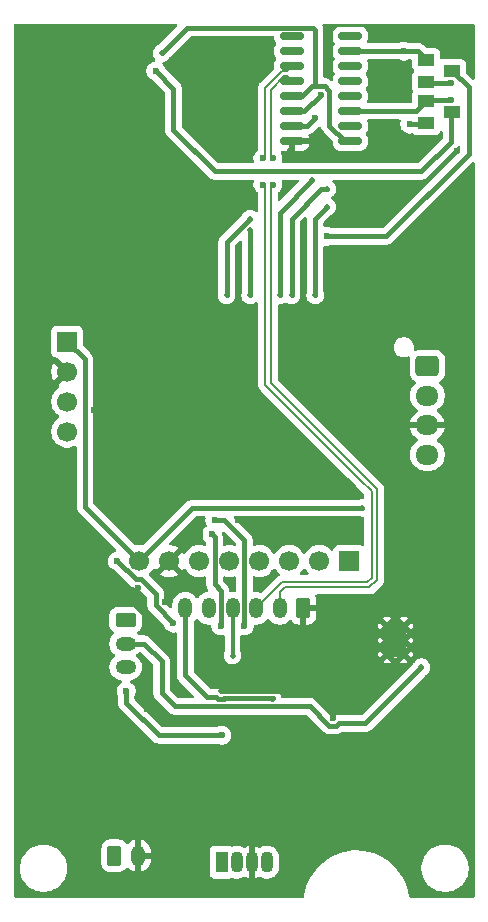
<source format=gbr>
%TF.GenerationSoftware,KiCad,Pcbnew,9.0.2*%
%TF.CreationDate,2025-12-20T20:47:09+01:00*%
%TF.ProjectId,Home sensor ESP32,486f6d65-2073-4656-9e73-6f7220455350,rev?*%
%TF.SameCoordinates,Original*%
%TF.FileFunction,Copper,L2,Bot*%
%TF.FilePolarity,Positive*%
%FSLAX46Y46*%
G04 Gerber Fmt 4.6, Leading zero omitted, Abs format (unit mm)*
G04 Created by KiCad (PCBNEW 9.0.2) date 2025-12-20 20:47:09*
%MOMM*%
%LPD*%
G01*
G04 APERTURE LIST*
G04 Aperture macros list*
%AMRoundRect*
0 Rectangle with rounded corners*
0 $1 Rounding radius*
0 $2 $3 $4 $5 $6 $7 $8 $9 X,Y pos of 4 corners*
0 Add a 4 corners polygon primitive as box body*
4,1,4,$2,$3,$4,$5,$6,$7,$8,$9,$2,$3,0*
0 Add four circle primitives for the rounded corners*
1,1,$1+$1,$2,$3*
1,1,$1+$1,$4,$5*
1,1,$1+$1,$6,$7*
1,1,$1+$1,$8,$9*
0 Add four rect primitives between the rounded corners*
20,1,$1+$1,$2,$3,$4,$5,0*
20,1,$1+$1,$4,$5,$6,$7,0*
20,1,$1+$1,$6,$7,$8,$9,0*
20,1,$1+$1,$8,$9,$2,$3,0*%
G04 Aperture macros list end*
%TA.AperFunction,HeatsinkPad*%
%ADD10C,0.500000*%
%TD*%
%TA.AperFunction,HeatsinkPad*%
%ADD11R,1.900000X2.900000*%
%TD*%
%TA.AperFunction,ComponentPad*%
%ADD12R,1.700000X1.700000*%
%TD*%
%TA.AperFunction,ComponentPad*%
%ADD13C,1.700000*%
%TD*%
%TA.AperFunction,ComponentPad*%
%ADD14RoundRect,0.250000X-0.625000X0.350000X-0.625000X-0.350000X0.625000X-0.350000X0.625000X0.350000X0*%
%TD*%
%TA.AperFunction,ComponentPad*%
%ADD15O,1.750000X1.200000*%
%TD*%
%TA.AperFunction,HeatsinkPad*%
%ADD16C,0.600000*%
%TD*%
%TA.AperFunction,ComponentPad*%
%ADD17R,1.070000X1.800000*%
%TD*%
%TA.AperFunction,ComponentPad*%
%ADD18O,1.070000X1.800000*%
%TD*%
%TA.AperFunction,ComponentPad*%
%ADD19RoundRect,0.250000X-0.725000X0.600000X-0.725000X-0.600000X0.725000X-0.600000X0.725000X0.600000X0*%
%TD*%
%TA.AperFunction,ComponentPad*%
%ADD20O,1.950000X1.700000*%
%TD*%
%TA.AperFunction,ComponentPad*%
%ADD21RoundRect,0.250000X-0.350000X-0.625000X0.350000X-0.625000X0.350000X0.625000X-0.350000X0.625000X0*%
%TD*%
%TA.AperFunction,ComponentPad*%
%ADD22O,1.200000X1.750000*%
%TD*%
%TA.AperFunction,SMDPad,CuDef*%
%ADD23R,1.400000X1.000000*%
%TD*%
%TA.AperFunction,SMDPad,CuDef*%
%ADD24RoundRect,0.150000X-0.825000X-0.150000X0.825000X-0.150000X0.825000X0.150000X-0.825000X0.150000X0*%
%TD*%
%TA.AperFunction,ComponentPad*%
%ADD25RoundRect,0.250000X0.350000X0.625000X-0.350000X0.625000X-0.350000X-0.625000X0.350000X-0.625000X0*%
%TD*%
%TA.AperFunction,ViaPad*%
%ADD26C,0.500000*%
%TD*%
%TA.AperFunction,ViaPad*%
%ADD27C,0.600000*%
%TD*%
%TA.AperFunction,Conductor*%
%ADD28C,0.400000*%
%TD*%
%TA.AperFunction,Conductor*%
%ADD29C,0.200000*%
%TD*%
%TA.AperFunction,Conductor*%
%ADD30C,0.300000*%
%TD*%
G04 APERTURE END LIST*
D10*
%TO.P,U3,9,EPAD*%
%TO.N,GND*%
X100100000Y-93500000D03*
X100100000Y-94700000D03*
X100100000Y-95900000D03*
D11*
X100800000Y-94700000D03*
D10*
X101500000Y-93500000D03*
X101500000Y-94700000D03*
X101500000Y-95900000D03*
%TD*%
D12*
%TO.P,J3,1,Pin_1*%
%TO.N,+3.3V*%
X73000000Y-69420000D03*
D13*
%TO.P,J3,2,Pin_2*%
%TO.N,GND*%
X73000000Y-71960000D03*
%TO.P,J3,3,Pin_3*%
%TO.N,IN1*%
X73000000Y-74500000D03*
%TO.P,J3,4,Pin_4*%
%TO.N,IN2*%
X73000000Y-77040000D03*
%TD*%
D12*
%TO.P,J5,1,Pin_1*%
%TO.N,BUSY*%
X96890000Y-88000000D03*
D13*
%TO.P,J5,2,Pin_2*%
%TO.N,RES*%
X94350000Y-88000000D03*
%TO.P,J5,3,Pin_3*%
%TO.N,D{slash}C*%
X91810000Y-88000000D03*
%TO.P,J5,4,Pin_4*%
%TO.N,CS*%
X89270000Y-88000000D03*
%TO.P,J5,5,Pin_5*%
%TO.N,SCLK*%
X86730000Y-88000000D03*
%TO.P,J5,6,Pin_6*%
%TO.N,SDI*%
X84190000Y-88000000D03*
%TO.P,J5,7,Pin_7*%
%TO.N,GND*%
X81650000Y-88000000D03*
%TO.P,J5,8,Pin_8*%
%TO.N,+3.3V*%
X79110000Y-88000000D03*
%TD*%
D14*
%TO.P,SW1,1,A*%
%TO.N,+BATT*%
X77950000Y-93000000D03*
D15*
%TO.P,SW1,2,B*%
%TO.N,Net-(J2-Pin_1)*%
X77950000Y-95000000D03*
%TO.P,SW1,3,C*%
%TO.N,unconnected-(SW1-C-Pad3)*%
X77950000Y-97000000D03*
%TD*%
D16*
%TO.P,U1,39,GND*%
%TO.N,GND*%
X85475000Y-50442500D03*
X85475000Y-51967500D03*
X86237500Y-49680000D03*
X86237500Y-51205000D03*
X86237500Y-52730000D03*
X87000000Y-50442500D03*
X87000000Y-51967500D03*
X87762500Y-49680000D03*
X87762500Y-51205000D03*
X87762500Y-52730000D03*
X88525000Y-50442500D03*
X88525000Y-51967500D03*
%TD*%
D17*
%TO.P,D3,1,BA*%
%TO.N,Net-(D3-BA)*%
X86095000Y-113500000D03*
D18*
%TO.P,D3,2,GA*%
%TO.N,Net-(D3-GA)*%
X87365000Y-113500000D03*
%TO.P,D3,3,K*%
%TO.N,GND*%
X88635000Y-113500000D03*
%TO.P,D3,4,RA*%
%TO.N,Net-(D3-RA)*%
X89905000Y-113500000D03*
%TD*%
D19*
%TO.P,J6,1,Pin_1*%
%TO.N,SDA*%
X103500000Y-71500000D03*
D20*
%TO.P,J6,2,Pin_2*%
%TO.N,SCL*%
X103500000Y-74000000D03*
%TO.P,J6,3,Pin_3*%
%TO.N,GND*%
X103500000Y-76500000D03*
%TO.P,J6,4,Pin_4*%
%TO.N,+3.3V*%
X103500000Y-79000000D03*
%TD*%
D21*
%TO.P,J2,1,Pin_1*%
%TO.N,Net-(J2-Pin_1)*%
X77000000Y-112950000D03*
D22*
%TO.P,J2,2,Pin_2*%
%TO.N,GND*%
X79000000Y-112950000D03*
%TD*%
D23*
%TO.P,Q1,1*%
%TO.N,Net-(Q1-Pad1)*%
X103400000Y-47450000D03*
%TO.P,Q1,2*%
%TO.N,DTR*%
X103400000Y-45550000D03*
%TO.P,Q1,3*%
%TO.N,GPIO0*%
X105600000Y-46500000D03*
%TD*%
D24*
%TO.P,U4,1,GND*%
%TO.N,GND*%
X92025000Y-52445000D03*
%TO.P,U4,2,TXD*%
%TO.N,TXD*%
X92025000Y-51175000D03*
%TO.P,U4,3,RXD*%
%TO.N,RXD*%
X92025000Y-49905000D03*
%TO.P,U4,4,V3*%
%TO.N,+3.3V*%
X92025000Y-48635000D03*
%TO.P,U4,5,UD+*%
%TO.N,D+*%
X92025000Y-47365000D03*
%TO.P,U4,6,UD-*%
%TO.N,D-*%
X92025000Y-46095000D03*
%TO.P,U4,7,XI*%
%TO.N,unconnected-(U4-XI-Pad7)*%
X92025000Y-44825000D03*
%TO.P,U4,8,XO*%
%TO.N,unconnected-(U4-XO-Pad8)*%
X92025000Y-43555000D03*
%TO.P,U4,9,~{CTS}*%
%TO.N,unconnected-(U4-~{CTS}-Pad9)*%
X96975000Y-43555000D03*
%TO.P,U4,10,~{DSR}*%
%TO.N,DTR*%
X96975000Y-44825000D03*
%TO.P,U4,11,~{RI}*%
%TO.N,unconnected-(U4-~{RI}-Pad11)*%
X96975000Y-46095000D03*
%TO.P,U4,12,~{DCD}*%
%TO.N,unconnected-(U4-~{DCD}-Pad12)*%
X96975000Y-47365000D03*
%TO.P,U4,13,~{DTR}*%
%TO.N,unconnected-(U4-~{DTR}-Pad13)*%
X96975000Y-48635000D03*
%TO.P,U4,14,~{RTS}*%
%TO.N,RST*%
X96975000Y-49905000D03*
%TO.P,U4,15,R232*%
%TO.N,unconnected-(U4-R232-Pad15)*%
X96975000Y-51175000D03*
%TO.P,U4,16,VCC*%
%TO.N,+3.3V*%
X96975000Y-52445000D03*
%TD*%
D23*
%TO.P,Q2,1*%
%TO.N,Net-(Q2-Pad1)*%
X103400000Y-50950000D03*
%TO.P,Q2,2*%
%TO.N,RST*%
X103400000Y-49050000D03*
%TO.P,Q2,3*%
%TO.N,EN*%
X105600000Y-50000000D03*
%TD*%
D25*
%TO.P,J4,1,Pin_1*%
%TO.N,GND*%
X93000000Y-92000000D03*
D22*
%TO.P,J4,2,Pin_2*%
%TO.N,D+*%
X91000000Y-92000000D03*
%TO.P,J4,3,Pin_3*%
%TO.N,D-*%
X89000000Y-92000000D03*
%TO.P,J4,4,Pin_4*%
%TO.N,Net-(J4-Pin_4)*%
X87000000Y-92000000D03*
%TO.P,J4,5,Pin_5*%
%TO.N,Net-(J4-Pin_5)*%
X85000000Y-92000000D03*
%TO.P,J4,6,Pin_6*%
%TO.N,VCC*%
X83000000Y-92000000D03*
%TD*%
D26*
%TO.N,VCC*%
X90375000Y-99650000D03*
D27*
%TO.N,GND*%
X104750000Y-68000000D03*
X82500000Y-105500000D03*
X75000000Y-91500000D03*
X70250000Y-97750000D03*
X75000000Y-65000000D03*
X76000000Y-43750000D03*
X100750000Y-81000000D03*
X95500000Y-101250000D03*
X94000000Y-95250000D03*
X82750000Y-89000000D03*
X70000000Y-65500000D03*
X82500000Y-81750000D03*
X92250000Y-97250000D03*
X103000000Y-100500000D03*
X95000000Y-95500000D03*
X99500000Y-67000000D03*
X84250000Y-95500000D03*
X75500000Y-103250000D03*
X82000000Y-83500000D03*
X93000000Y-82000000D03*
X74750000Y-60250000D03*
X87500000Y-73500000D03*
X73000000Y-95750000D03*
D26*
X86000000Y-99000000D03*
D27*
X82000000Y-98000000D03*
X104250000Y-58750000D03*
X79750000Y-100500000D03*
X89750000Y-84500000D03*
X78000000Y-82000000D03*
X84250000Y-85750000D03*
X103750000Y-105500000D03*
X95500000Y-81750000D03*
X80500000Y-74250000D03*
X75250000Y-69250000D03*
X93000000Y-68000000D03*
X87500000Y-68000000D03*
X70250000Y-94750000D03*
X76250000Y-97750000D03*
X70000000Y-90750000D03*
X106750000Y-55750000D03*
X80500000Y-49000000D03*
X97750000Y-84750000D03*
X75250000Y-75250000D03*
X107000000Y-45000000D03*
X95250000Y-92500000D03*
X70000000Y-56750000D03*
D26*
X91500000Y-53500000D03*
D27*
X106000000Y-53250000D03*
X84750000Y-59000000D03*
X100250000Y-86750000D03*
X95500000Y-85750000D03*
X69250000Y-79000000D03*
X106250000Y-83250000D03*
X92250000Y-104750000D03*
X73250000Y-79750000D03*
X92750000Y-73500000D03*
X81250000Y-91500000D03*
X93000000Y-84750000D03*
X82250000Y-76250000D03*
X69250000Y-51000000D03*
X70000000Y-71000000D03*
X87000000Y-56750000D03*
X93000000Y-85500000D03*
X88250000Y-47250000D03*
X82750000Y-86000000D03*
X103500000Y-88750000D03*
X94500000Y-51750000D03*
X84250000Y-65000000D03*
X85500000Y-63250000D03*
X99250000Y-102750000D03*
X95750000Y-75250000D03*
X93750000Y-97500000D03*
X100000000Y-43500000D03*
X83250000Y-50750000D03*
X77000000Y-48750000D03*
X96250000Y-94500000D03*
X88750000Y-101250000D03*
X106500000Y-74250000D03*
X80500000Y-83750000D03*
X74500000Y-57250000D03*
X93000000Y-78250000D03*
X99750000Y-73500000D03*
X78500000Y-84000000D03*
X86000000Y-94500000D03*
X98750000Y-53500000D03*
X80750000Y-61500000D03*
X81250000Y-55750000D03*
X96750000Y-98000000D03*
X94250000Y-105500000D03*
X83000000Y-45250000D03*
X89750000Y-45000000D03*
X97750000Y-85750000D03*
X100750000Y-51000000D03*
X69500000Y-83250000D03*
X106750000Y-100750000D03*
X100250000Y-86000000D03*
X101500000Y-102250000D03*
X104250000Y-43500000D03*
X70000000Y-74750000D03*
X106500000Y-105500000D03*
X79000000Y-80500000D03*
X80500000Y-78750000D03*
X92250000Y-95250000D03*
X100250000Y-84750000D03*
X81750000Y-67750000D03*
X83500000Y-47500000D03*
X90500000Y-89000000D03*
X76000000Y-93000000D03*
X90000000Y-81000000D03*
X88000000Y-96000000D03*
X74000000Y-84750000D03*
X73750000Y-100500000D03*
X87500000Y-81750000D03*
X87500000Y-84500000D03*
X78750000Y-85750000D03*
X95000000Y-96750000D03*
X89750000Y-85500000D03*
X99750000Y-46000000D03*
X106750000Y-92250000D03*
X95500000Y-67750000D03*
X90000000Y-75250000D03*
X104000000Y-52500000D03*
X79000000Y-90250000D03*
X95500000Y-85000000D03*
X70500000Y-60250000D03*
X99500000Y-58250000D03*
X102000000Y-56500000D03*
X95750000Y-91500000D03*
%TO.N,Net-(D3-BA)*%
X86095000Y-102750000D03*
X77250000Y-88000000D03*
X82000000Y-93250000D03*
X78000000Y-99000000D03*
%TO.N,Net-(D3-GA)*%
X85250000Y-85750000D03*
X86000000Y-93500000D03*
%TO.N,Net-(D3-RA)*%
X88000000Y-93500000D03*
X85500000Y-84500000D03*
%TO.N,D+*%
X90425000Y-53875000D03*
X90425000Y-56125000D03*
%TO.N,D-*%
X89575000Y-56125000D03*
X89575000Y-53875000D03*
D26*
%TO.N,+3.3V*%
X98000000Y-83500000D03*
X81000000Y-45000000D03*
%TO.N,Net-(J4-Pin_4)*%
X87000000Y-96000000D03*
%TO.N,Net-(J2-Pin_1)*%
X103000000Y-97000000D03*
D27*
%TO.N,DTR*%
X101500000Y-44825000D03*
%TO.N,Net-(Q1-Pad1)*%
X105500000Y-47500000D03*
%TO.N,GPIO0*%
X95000000Y-60500000D03*
%TO.N,Net-(Q2-Pad1)*%
X102000000Y-51000000D03*
%TO.N,RST*%
X105500000Y-49000000D03*
%TO.N,EN*%
X80500000Y-46500000D03*
%TO.N,RXD*%
X94500000Y-48500000D03*
%TO.N,TXD*%
X94000000Y-50500000D03*
D26*
%TO.N,RES*%
X94000000Y-65500000D03*
X95000000Y-58000000D03*
%TO.N,SDI*%
X86500000Y-65500000D03*
X88500000Y-59000000D03*
%TO.N,CS*%
X93750000Y-55750000D03*
X91000000Y-65500000D03*
%TO.N,D{slash}C*%
X92000000Y-65500000D03*
X95000000Y-56500000D03*
%TO.N,SCLK*%
X88500000Y-60000000D03*
X88500000Y-65500000D03*
%TD*%
D28*
%TO.N,VCC*%
X86269654Y-99651000D02*
X85730346Y-99651000D01*
X90375000Y-99650000D02*
X90400000Y-99625000D01*
X85579346Y-99500000D02*
X84825000Y-99500000D01*
X83000000Y-97675000D02*
X83000000Y-92000000D01*
X85730346Y-99651000D02*
X85579346Y-99500000D01*
X90400000Y-99625000D02*
X90400000Y-99601000D01*
X84825000Y-99500000D02*
X83000000Y-97675000D01*
X86319654Y-99601000D02*
X86269654Y-99651000D01*
X90400000Y-99601000D02*
X86319654Y-99601000D01*
%TO.N,GND*%
X93000000Y-92000000D02*
X93000000Y-98500000D01*
X92025000Y-52975000D02*
X91500000Y-53500000D01*
X92500000Y-99000000D02*
X86000000Y-99000000D01*
X92025000Y-52445000D02*
X92025000Y-52975000D01*
X93000000Y-98500000D02*
X92500000Y-99000000D01*
X82000000Y-98000000D02*
X82000000Y-94950000D01*
X82000000Y-94950000D02*
X74500000Y-87450000D01*
%TO.N,Net-(D3-BA)*%
X78000000Y-100008636D02*
X80741364Y-102750000D01*
X80500000Y-90758636D02*
X80500000Y-91750000D01*
X79290364Y-89549000D02*
X80500000Y-90758636D01*
X77250000Y-88000000D02*
X78799000Y-89549000D01*
X78799000Y-89549000D02*
X79290364Y-89549000D01*
X78000000Y-99000000D02*
X78000000Y-100008636D01*
X80500000Y-91750000D02*
X82000000Y-93250000D01*
X80741364Y-102750000D02*
X86095000Y-102750000D01*
%TO.N,Net-(D3-GA)*%
X85479000Y-85979000D02*
X85250000Y-85750000D01*
X85479000Y-89978182D02*
X85479000Y-85979000D01*
X86000000Y-90499182D02*
X85479000Y-89978182D01*
X86000000Y-93500000D02*
X86000000Y-90499182D01*
%TO.N,Net-(D3-RA)*%
X86250000Y-84500000D02*
X85500000Y-84500000D01*
X88000000Y-86250000D02*
X86250000Y-84500000D01*
X88000000Y-93500000D02*
X88000000Y-91500000D01*
X88000000Y-91500000D02*
X88000000Y-86250000D01*
D29*
%TO.N,D+*%
X99225000Y-81906802D02*
X99225000Y-89593198D01*
X92025000Y-47365000D02*
X91615001Y-46955001D01*
X90425000Y-56125000D02*
X90225000Y-56325000D01*
X91363197Y-46955001D02*
X90225001Y-48093197D01*
X90225000Y-72906802D02*
X99225000Y-81906802D01*
X91411397Y-90225000D02*
X91000000Y-90636397D01*
X91000000Y-90636397D02*
X91000000Y-92000000D01*
X90225000Y-56325000D02*
X90225000Y-72906802D01*
X91615001Y-46955001D02*
X91363197Y-46955001D01*
X98593198Y-90225000D02*
X91411397Y-90225000D01*
X90225001Y-53675001D02*
X90425000Y-53875000D01*
X90225001Y-48093197D02*
X90225001Y-53675001D01*
X99225000Y-89593198D02*
X98593198Y-90225000D01*
%TO.N,D-*%
X97044535Y-80362733D02*
X89775000Y-73093198D01*
X97304936Y-80623134D02*
X97153724Y-80471922D01*
X89775000Y-73093198D02*
X89775000Y-56325000D01*
X89000000Y-92000000D02*
X91225000Y-89775000D01*
X89775000Y-56325000D02*
X89575000Y-56125000D01*
X89774999Y-53675001D02*
X89575000Y-53875000D01*
X98775000Y-89406802D02*
X98775000Y-82093198D01*
X91615001Y-46504999D02*
X91176803Y-46504999D01*
X97153724Y-80471922D02*
X97044535Y-80362733D01*
X92025000Y-46095000D02*
X91615001Y-46504999D01*
X97834177Y-81152375D02*
X97304936Y-80623134D01*
X89774999Y-47906803D02*
X89774999Y-53675001D01*
X91225000Y-89775000D02*
X98406802Y-89775000D01*
X98406802Y-89775000D02*
X98775000Y-89406802D01*
X91176803Y-46504999D02*
X89774999Y-47906803D01*
X98775000Y-82093198D02*
X97834177Y-81152375D01*
D28*
%TO.N,+3.3V*%
X73000000Y-69420000D02*
X74500000Y-70920000D01*
X74500000Y-70920000D02*
X74500000Y-83390000D01*
X94000000Y-47799000D02*
X94790364Y-47799000D01*
X92865000Y-48635000D02*
X93701000Y-47799000D01*
X93701000Y-47799000D02*
X94000000Y-47799000D01*
X95201000Y-51159388D02*
X96486612Y-52445000D01*
X83146000Y-42854000D02*
X81000000Y-45000000D01*
X83610000Y-83500000D02*
X98000000Y-83500000D01*
X94790364Y-47799000D02*
X95201000Y-48209636D01*
X94000000Y-43000000D02*
X93854000Y-42854000D01*
X74500000Y-83390000D02*
X79110000Y-88000000D01*
X94000000Y-47799000D02*
X94000000Y-43000000D01*
X93854000Y-42854000D02*
X83146000Y-42854000D01*
X92025000Y-48635000D02*
X92865000Y-48635000D01*
X96486612Y-52445000D02*
X96975000Y-52445000D01*
X95201000Y-48209636D02*
X95201000Y-51159388D01*
X79110000Y-88000000D02*
X83610000Y-83500000D01*
D30*
%TO.N,Net-(J4-Pin_4)*%
X87000000Y-96000000D02*
X87000000Y-92000000D01*
D28*
%TO.N,Net-(J2-Pin_1)*%
X95790364Y-101951000D02*
X95209636Y-101951000D01*
X103000000Y-97000000D02*
X98250000Y-101750000D01*
X81000000Y-96500000D02*
X79500000Y-95000000D01*
X81000000Y-99186364D02*
X81000000Y-96500000D01*
X82113636Y-100300000D02*
X81000000Y-99186364D01*
X95991364Y-101750000D02*
X95790364Y-101951000D01*
X79500000Y-95000000D02*
X77950000Y-95000000D01*
X95209636Y-101951000D02*
X93558636Y-100300000D01*
X98250000Y-101750000D02*
X95991364Y-101750000D01*
X93558636Y-100300000D02*
X82113636Y-100300000D01*
%TO.N,DTR*%
X103400000Y-45550000D02*
X102675000Y-44825000D01*
X101500000Y-44825000D02*
X96975000Y-44825000D01*
X102675000Y-44825000D02*
X101500000Y-44825000D01*
%TO.N,Net-(Q1-Pad1)*%
X105500000Y-47500000D02*
X103450000Y-47500000D01*
X103450000Y-47500000D02*
X103400000Y-47450000D01*
%TO.N,GPIO0*%
X107000000Y-53500000D02*
X100000000Y-60500000D01*
X100000000Y-60500000D02*
X95000000Y-60500000D01*
X107000000Y-47900000D02*
X107000000Y-53500000D01*
X105600000Y-46500000D02*
X107000000Y-47900000D01*
%TO.N,Net-(Q2-Pad1)*%
X102000000Y-51000000D02*
X103350000Y-51000000D01*
X103350000Y-51000000D02*
X103400000Y-50950000D01*
%TO.N,RST*%
X102545000Y-49905000D02*
X96975000Y-49905000D01*
X105500000Y-49000000D02*
X103450000Y-49000000D01*
X103450000Y-49000000D02*
X103400000Y-49050000D01*
X103400000Y-49050000D02*
X102545000Y-49905000D01*
%TO.N,EN*%
X82000000Y-48000000D02*
X80500000Y-46500000D01*
X105500000Y-52500000D02*
X103000000Y-55000000D01*
X105500000Y-50100000D02*
X105500000Y-52500000D01*
X105600000Y-50000000D02*
X105500000Y-50100000D01*
X85500000Y-55000000D02*
X82000000Y-51500000D01*
X103000000Y-55000000D02*
X85500000Y-55000000D01*
X82000000Y-51500000D02*
X82000000Y-48000000D01*
%TO.N,RXD*%
X93095000Y-49905000D02*
X94500000Y-48500000D01*
X92025000Y-49905000D02*
X93095000Y-49905000D01*
%TO.N,TXD*%
X92025000Y-51175000D02*
X93325000Y-51175000D01*
X93325000Y-51175000D02*
X94000000Y-50500000D01*
%TO.N,RES*%
X94000000Y-59000000D02*
X95000000Y-58000000D01*
X94000000Y-65500000D02*
X94000000Y-59000000D01*
%TO.N,SDI*%
X86500000Y-61000000D02*
X88500000Y-59000000D01*
X86500000Y-65500000D02*
X86500000Y-61000000D01*
%TO.N,CS*%
X93750000Y-55750000D02*
X91000000Y-58500000D01*
X91000000Y-58500000D02*
X91000000Y-65500000D01*
%TO.N,D{slash}C*%
X92000000Y-59000000D02*
X94500000Y-56500000D01*
X92000000Y-65500000D02*
X92000000Y-59000000D01*
X94500000Y-56500000D02*
X95000000Y-56500000D01*
%TO.N,SCLK*%
X88500000Y-65500000D02*
X88500000Y-60000000D01*
%TD*%
%TA.AperFunction,Conductor*%
%TO.N,GND*%
G36*
X82277020Y-42519685D02*
G01*
X82322775Y-42572489D01*
X82332719Y-42641647D01*
X82303694Y-42705203D01*
X82297662Y-42711681D01*
X80713025Y-44296316D01*
X80672799Y-44323195D01*
X80644510Y-44334913D01*
X80644498Y-44334919D01*
X80521584Y-44417048D01*
X80521580Y-44417051D01*
X80417051Y-44521580D01*
X80417048Y-44521584D01*
X80334919Y-44644498D01*
X80334912Y-44644511D01*
X80278343Y-44781082D01*
X80278340Y-44781092D01*
X80249500Y-44926079D01*
X80249500Y-44926082D01*
X80249500Y-45073918D01*
X80249500Y-45073920D01*
X80249499Y-45073920D01*
X80278340Y-45218907D01*
X80278343Y-45218917D01*
X80334912Y-45355488D01*
X80334919Y-45355501D01*
X80417048Y-45478415D01*
X80417051Y-45478419D01*
X80438093Y-45499461D01*
X80471578Y-45560784D01*
X80466594Y-45630476D01*
X80424722Y-45686409D01*
X80374604Y-45708759D01*
X80266508Y-45730261D01*
X80266498Y-45730264D01*
X80120827Y-45790602D01*
X80120814Y-45790609D01*
X79989711Y-45878210D01*
X79989707Y-45878213D01*
X79878213Y-45989707D01*
X79878210Y-45989711D01*
X79790609Y-46120814D01*
X79790602Y-46120827D01*
X79730264Y-46266498D01*
X79730261Y-46266510D01*
X79699500Y-46421153D01*
X79699500Y-46578846D01*
X79730261Y-46733489D01*
X79730264Y-46733501D01*
X79790602Y-46879172D01*
X79790609Y-46879185D01*
X79878210Y-47010288D01*
X79878213Y-47010292D01*
X79989707Y-47121786D01*
X79989711Y-47121789D01*
X80120814Y-47209390D01*
X80120827Y-47209397D01*
X80265187Y-47269192D01*
X80305416Y-47296072D01*
X81263181Y-48253837D01*
X81296666Y-48315160D01*
X81299500Y-48341518D01*
X81299500Y-51431006D01*
X81299500Y-51568994D01*
X81299500Y-51568996D01*
X81299499Y-51568996D01*
X81326418Y-51704322D01*
X81326421Y-51704332D01*
X81379222Y-51831807D01*
X81455887Y-51946545D01*
X81455888Y-51946546D01*
X84955886Y-55446542D01*
X85053456Y-55544112D01*
X85053459Y-55544115D01*
X85168182Y-55620771D01*
X85168195Y-55620778D01*
X85222926Y-55643448D01*
X85222930Y-55643449D01*
X85225418Y-55644480D01*
X85295671Y-55673580D01*
X85308250Y-55676082D01*
X85384575Y-55691264D01*
X85431004Y-55700500D01*
X85431007Y-55700500D01*
X88698800Y-55700500D01*
X88765839Y-55720185D01*
X88811594Y-55772989D01*
X88821538Y-55842147D01*
X88813361Y-55871952D01*
X88805264Y-55891498D01*
X88805261Y-55891510D01*
X88774500Y-56046153D01*
X88774500Y-56203846D01*
X88805261Y-56358489D01*
X88805264Y-56358501D01*
X88865602Y-56504172D01*
X88865609Y-56504185D01*
X88953210Y-56635288D01*
X88953213Y-56635292D01*
X89064706Y-56746785D01*
X89064709Y-56746787D01*
X89064711Y-56746789D01*
X89119391Y-56783325D01*
X89164195Y-56836935D01*
X89174500Y-56886426D01*
X89174500Y-58316080D01*
X89154815Y-58383119D01*
X89102011Y-58428874D01*
X89032853Y-58438818D01*
X88981609Y-58419182D01*
X88855501Y-58334919D01*
X88855488Y-58334912D01*
X88718917Y-58278343D01*
X88718907Y-58278340D01*
X88573920Y-58249500D01*
X88573918Y-58249500D01*
X88426082Y-58249500D01*
X88426080Y-58249500D01*
X88281092Y-58278340D01*
X88281082Y-58278343D01*
X88144511Y-58334912D01*
X88144498Y-58334919D01*
X88021584Y-58417048D01*
X88021580Y-58417051D01*
X87917051Y-58521580D01*
X87917048Y-58521584D01*
X87834919Y-58644498D01*
X87834913Y-58644510D01*
X87823195Y-58672799D01*
X87796316Y-58713025D01*
X85955887Y-60553454D01*
X85936179Y-60582951D01*
X85879223Y-60668191D01*
X85826421Y-60795667D01*
X85826418Y-60795677D01*
X85799500Y-60931004D01*
X85799500Y-65205342D01*
X85790062Y-65252793D01*
X85778341Y-65281090D01*
X85778340Y-65281093D01*
X85749500Y-65426079D01*
X85749500Y-65426082D01*
X85749500Y-65573918D01*
X85749500Y-65573920D01*
X85749499Y-65573920D01*
X85778340Y-65718907D01*
X85778343Y-65718917D01*
X85834912Y-65855488D01*
X85834919Y-65855501D01*
X85917048Y-65978415D01*
X85917051Y-65978419D01*
X86021580Y-66082948D01*
X86021584Y-66082951D01*
X86144498Y-66165080D01*
X86144511Y-66165087D01*
X86281082Y-66221656D01*
X86281087Y-66221658D01*
X86281091Y-66221658D01*
X86281092Y-66221659D01*
X86426079Y-66250500D01*
X86426082Y-66250500D01*
X86573920Y-66250500D01*
X86674503Y-66230492D01*
X86718913Y-66221658D01*
X86855495Y-66165084D01*
X86978416Y-66082951D01*
X87082951Y-65978416D01*
X87165084Y-65855495D01*
X87221658Y-65718913D01*
X87250500Y-65573918D01*
X87250500Y-65426082D01*
X87250500Y-65426079D01*
X87221659Y-65281093D01*
X87221658Y-65281087D01*
X87209937Y-65252790D01*
X87200500Y-65205342D01*
X87200500Y-61341519D01*
X87220185Y-61274480D01*
X87236819Y-61253838D01*
X87587819Y-60902838D01*
X87649142Y-60869353D01*
X87718834Y-60874337D01*
X87774767Y-60916209D01*
X87799184Y-60981673D01*
X87799500Y-60990519D01*
X87799500Y-65205342D01*
X87790062Y-65252793D01*
X87778341Y-65281090D01*
X87778340Y-65281093D01*
X87749500Y-65426079D01*
X87749500Y-65426082D01*
X87749500Y-65573918D01*
X87749500Y-65573920D01*
X87749499Y-65573920D01*
X87778340Y-65718907D01*
X87778343Y-65718917D01*
X87834912Y-65855488D01*
X87834919Y-65855501D01*
X87917048Y-65978415D01*
X87917051Y-65978419D01*
X88021580Y-66082948D01*
X88021584Y-66082951D01*
X88144498Y-66165080D01*
X88144511Y-66165087D01*
X88281082Y-66221656D01*
X88281087Y-66221658D01*
X88281091Y-66221658D01*
X88281092Y-66221659D01*
X88426079Y-66250500D01*
X88426082Y-66250500D01*
X88573920Y-66250500D01*
X88674503Y-66230492D01*
X88718913Y-66221658D01*
X88855495Y-66165084D01*
X88978416Y-66082951D01*
X88978417Y-66082949D01*
X88981609Y-66080817D01*
X89048286Y-66059939D01*
X89115666Y-66078423D01*
X89162357Y-66130402D01*
X89174500Y-66183919D01*
X89174500Y-73006528D01*
X89174499Y-73006546D01*
X89174499Y-73172252D01*
X89174498Y-73172252D01*
X89215423Y-73324983D01*
X89244358Y-73375098D01*
X89244359Y-73375102D01*
X89244360Y-73375102D01*
X89294479Y-73461912D01*
X89294481Y-73461915D01*
X89413349Y-73580783D01*
X89413355Y-73580788D01*
X96564016Y-80731449D01*
X96792073Y-80959507D01*
X96792079Y-80959512D01*
X96824417Y-80991850D01*
X97472526Y-81639960D01*
X97472532Y-81639965D01*
X98138181Y-82305614D01*
X98152884Y-82332541D01*
X98169477Y-82358360D01*
X98170368Y-82364560D01*
X98171666Y-82366937D01*
X98174500Y-82393295D01*
X98174500Y-82625500D01*
X98154815Y-82692539D01*
X98102011Y-82738294D01*
X98050500Y-82749500D01*
X97926080Y-82749500D01*
X97781092Y-82778340D01*
X97781082Y-82778343D01*
X97752794Y-82790061D01*
X97705342Y-82799500D01*
X83541004Y-82799500D01*
X83405677Y-82826418D01*
X83405667Y-82826421D01*
X83278192Y-82879222D01*
X83163454Y-82955887D01*
X79479849Y-86639492D01*
X79418526Y-86672977D01*
X79372771Y-86674284D01*
X79216287Y-86649500D01*
X79003713Y-86649500D01*
X78847227Y-86674284D01*
X78777934Y-86665329D01*
X78740149Y-86639492D01*
X75236819Y-83136162D01*
X75203334Y-83074839D01*
X75200500Y-83048481D01*
X75200500Y-70851006D01*
X75200499Y-70851005D01*
X75178873Y-70742280D01*
X75173580Y-70715671D01*
X75137077Y-70627546D01*
X75120775Y-70588189D01*
X75120774Y-70588187D01*
X75120773Y-70588185D01*
X75044115Y-70473459D01*
X75001998Y-70431342D01*
X74946542Y-70375886D01*
X74386818Y-69816162D01*
X74353333Y-69754839D01*
X74350499Y-69728481D01*
X74350499Y-68522129D01*
X74350498Y-68522123D01*
X74350497Y-68522116D01*
X74344091Y-68462517D01*
X74293796Y-68327669D01*
X74293795Y-68327668D01*
X74293793Y-68327664D01*
X74207547Y-68212455D01*
X74207544Y-68212452D01*
X74092335Y-68126206D01*
X74092328Y-68126202D01*
X73957482Y-68075908D01*
X73957483Y-68075908D01*
X73897883Y-68069501D01*
X73897881Y-68069500D01*
X73897873Y-68069500D01*
X73897864Y-68069500D01*
X72102129Y-68069500D01*
X72102123Y-68069501D01*
X72042516Y-68075908D01*
X71907671Y-68126202D01*
X71907664Y-68126206D01*
X71792455Y-68212452D01*
X71792452Y-68212455D01*
X71706206Y-68327664D01*
X71706202Y-68327671D01*
X71655908Y-68462517D01*
X71649501Y-68522116D01*
X71649501Y-68522123D01*
X71649500Y-68522135D01*
X71649500Y-70317870D01*
X71649501Y-70317876D01*
X71655908Y-70377483D01*
X71706202Y-70512328D01*
X71706206Y-70512335D01*
X71792452Y-70627544D01*
X71792454Y-70627546D01*
X71907664Y-70713793D01*
X71907671Y-70713797D01*
X71952618Y-70730561D01*
X72042517Y-70764091D01*
X72102127Y-70770500D01*
X72112685Y-70770499D01*
X72179723Y-70790179D01*
X72200372Y-70806818D01*
X72870591Y-71477037D01*
X72807007Y-71494075D01*
X72692993Y-71559901D01*
X72599901Y-71652993D01*
X72534075Y-71767007D01*
X72517037Y-71830591D01*
X71884728Y-71198282D01*
X71884727Y-71198282D01*
X71845380Y-71252439D01*
X71748904Y-71441782D01*
X71683242Y-71643869D01*
X71683242Y-71643872D01*
X71650000Y-71853753D01*
X71650000Y-72066246D01*
X71683242Y-72276127D01*
X71683242Y-72276130D01*
X71748904Y-72478217D01*
X71845375Y-72667550D01*
X71884728Y-72721716D01*
X72517037Y-72089408D01*
X72534075Y-72152993D01*
X72599901Y-72267007D01*
X72692993Y-72360099D01*
X72807007Y-72425925D01*
X72870589Y-72442962D01*
X72238282Y-73075269D01*
X72238282Y-73075270D01*
X72292452Y-73114626D01*
X72292451Y-73114626D01*
X72301495Y-73119234D01*
X72352292Y-73167208D01*
X72369087Y-73235029D01*
X72346550Y-73301164D01*
X72301499Y-73340202D01*
X72292182Y-73344949D01*
X72120213Y-73469890D01*
X71969890Y-73620213D01*
X71844951Y-73792179D01*
X71748444Y-73981585D01*
X71682753Y-74183760D01*
X71661771Y-74316239D01*
X71649500Y-74393713D01*
X71649500Y-74606287D01*
X71682754Y-74816243D01*
X71703402Y-74879792D01*
X71748444Y-75018414D01*
X71844951Y-75207820D01*
X71969890Y-75379786D01*
X72120213Y-75530109D01*
X72292182Y-75655050D01*
X72300946Y-75659516D01*
X72351742Y-75707491D01*
X72368536Y-75775312D01*
X72345998Y-75841447D01*
X72300946Y-75880484D01*
X72292182Y-75884949D01*
X72120213Y-76009890D01*
X71969890Y-76160213D01*
X71844951Y-76332179D01*
X71748444Y-76521585D01*
X71682753Y-76723760D01*
X71657992Y-76880095D01*
X71649500Y-76933713D01*
X71649500Y-77146287D01*
X71682754Y-77356243D01*
X71739121Y-77529723D01*
X71748444Y-77558414D01*
X71844951Y-77747820D01*
X71969890Y-77919786D01*
X72120213Y-78070109D01*
X72292179Y-78195048D01*
X72292181Y-78195049D01*
X72292184Y-78195051D01*
X72481588Y-78291557D01*
X72683757Y-78357246D01*
X72893713Y-78390500D01*
X72893714Y-78390500D01*
X73106286Y-78390500D01*
X73106287Y-78390500D01*
X73316243Y-78357246D01*
X73518412Y-78291557D01*
X73619206Y-78240199D01*
X73687874Y-78227304D01*
X73752614Y-78253580D01*
X73792872Y-78310686D01*
X73799500Y-78350685D01*
X73799500Y-83321006D01*
X73799500Y-83458994D01*
X73799500Y-83458996D01*
X73799499Y-83458996D01*
X73826418Y-83594322D01*
X73826421Y-83594332D01*
X73879222Y-83721807D01*
X73955887Y-83836545D01*
X73955888Y-83836546D01*
X77130300Y-87010957D01*
X77163785Y-87072280D01*
X77158801Y-87141972D01*
X77116929Y-87197905D01*
X77066812Y-87220255D01*
X77016507Y-87230261D01*
X77016498Y-87230264D01*
X76870827Y-87290602D01*
X76870814Y-87290609D01*
X76739711Y-87378210D01*
X76739707Y-87378213D01*
X76628213Y-87489707D01*
X76628210Y-87489711D01*
X76540609Y-87620814D01*
X76540602Y-87620827D01*
X76480264Y-87766498D01*
X76480261Y-87766510D01*
X76449500Y-87921153D01*
X76449500Y-88078846D01*
X76480261Y-88233489D01*
X76480264Y-88233501D01*
X76540602Y-88379172D01*
X76540609Y-88379185D01*
X76628210Y-88510288D01*
X76628213Y-88510292D01*
X76739707Y-88621786D01*
X76739711Y-88621789D01*
X76870814Y-88709390D01*
X76870827Y-88709397D01*
X77015185Y-88769191D01*
X77055414Y-88796071D01*
X78352453Y-90093111D01*
X78352454Y-90093112D01*
X78467192Y-90169777D01*
X78594667Y-90222578D01*
X78594672Y-90222580D01*
X78594676Y-90222580D01*
X78594677Y-90222581D01*
X78730003Y-90249500D01*
X78730006Y-90249500D01*
X78730007Y-90249500D01*
X78948845Y-90249500D01*
X79015884Y-90269185D01*
X79036526Y-90285819D01*
X79763181Y-91012474D01*
X79796666Y-91073797D01*
X79799500Y-91100155D01*
X79799500Y-91681006D01*
X79799500Y-91818994D01*
X79799500Y-91818996D01*
X79799499Y-91818996D01*
X79826418Y-91954322D01*
X79826421Y-91954332D01*
X79879222Y-92081807D01*
X79955887Y-92196545D01*
X79955888Y-92196546D01*
X81203927Y-93444584D01*
X81230807Y-93484812D01*
X81290604Y-93629176D01*
X81290609Y-93629185D01*
X81378210Y-93760288D01*
X81378213Y-93760292D01*
X81489707Y-93871786D01*
X81489711Y-93871789D01*
X81620814Y-93959390D01*
X81620827Y-93959397D01*
X81766498Y-94019735D01*
X81766503Y-94019737D01*
X81891075Y-94044516D01*
X81921153Y-94050499D01*
X81921156Y-94050500D01*
X81921158Y-94050500D01*
X82078843Y-94050500D01*
X82094564Y-94047372D01*
X82151309Y-94036085D01*
X82220899Y-94042312D01*
X82276077Y-94085174D01*
X82299322Y-94151063D01*
X82299500Y-94157702D01*
X82299500Y-97606006D01*
X82299500Y-97743994D01*
X82299500Y-97743996D01*
X82299499Y-97743996D01*
X82326418Y-97879322D01*
X82326421Y-97879332D01*
X82379222Y-98006807D01*
X82455887Y-98121545D01*
X82455888Y-98121546D01*
X83722162Y-99387819D01*
X83755647Y-99449142D01*
X83750663Y-99518834D01*
X83708791Y-99574767D01*
X83643327Y-99599184D01*
X83634481Y-99599500D01*
X82455155Y-99599500D01*
X82388116Y-99579815D01*
X82367474Y-99563181D01*
X81736819Y-98932526D01*
X81703334Y-98871203D01*
X81700500Y-98844845D01*
X81700500Y-96431004D01*
X81691533Y-96385930D01*
X81678410Y-96319955D01*
X81673580Y-96295671D01*
X81629703Y-96189744D01*
X81620775Y-96168189D01*
X81615695Y-96160586D01*
X81544115Y-96053459D01*
X81515282Y-96024626D01*
X81446542Y-95955886D01*
X81076816Y-95586160D01*
X79946546Y-94455888D01*
X79946545Y-94455887D01*
X79831807Y-94379222D01*
X79704332Y-94326421D01*
X79704322Y-94326418D01*
X79568996Y-94299500D01*
X79568994Y-94299500D01*
X79568993Y-94299500D01*
X79132205Y-94299500D01*
X79102768Y-94290856D01*
X79072779Y-94284333D01*
X79067761Y-94280577D01*
X79065166Y-94279815D01*
X79044524Y-94263182D01*
X79003029Y-94221687D01*
X78956870Y-94175528D01*
X78923387Y-94114208D01*
X78928371Y-94044516D01*
X78970242Y-93988582D01*
X78979457Y-93982310D01*
X79016605Y-93959397D01*
X79043656Y-93942712D01*
X79167712Y-93818656D01*
X79259814Y-93669334D01*
X79314999Y-93502797D01*
X79325500Y-93400009D01*
X79325499Y-92599992D01*
X79314999Y-92497203D01*
X79259814Y-92330666D01*
X79167712Y-92181344D01*
X79043656Y-92057288D01*
X78894334Y-91965186D01*
X78727797Y-91910001D01*
X78727795Y-91910000D01*
X78625010Y-91899500D01*
X77274998Y-91899500D01*
X77274981Y-91899501D01*
X77172203Y-91910000D01*
X77172200Y-91910001D01*
X77005668Y-91965185D01*
X77005663Y-91965187D01*
X76856342Y-92057289D01*
X76732289Y-92181342D01*
X76640187Y-92330663D01*
X76640185Y-92330668D01*
X76629932Y-92361611D01*
X76585001Y-92497203D01*
X76585001Y-92497204D01*
X76585000Y-92497204D01*
X76574500Y-92599983D01*
X76574500Y-93400001D01*
X76574501Y-93400019D01*
X76585000Y-93502796D01*
X76585001Y-93502799D01*
X76610201Y-93578846D01*
X76640186Y-93669334D01*
X76732288Y-93818656D01*
X76856344Y-93942712D01*
X76916388Y-93979747D01*
X76920543Y-93982310D01*
X76967268Y-94034258D01*
X76978489Y-94103221D01*
X76950646Y-94167303D01*
X76943128Y-94175530D01*
X76835585Y-94283073D01*
X76733768Y-94423211D01*
X76655128Y-94577552D01*
X76601597Y-94742302D01*
X76596597Y-94773871D01*
X76574500Y-94913389D01*
X76574500Y-95086611D01*
X76601598Y-95257701D01*
X76655127Y-95422445D01*
X76733768Y-95576788D01*
X76835586Y-95716928D01*
X76958072Y-95839414D01*
X76975257Y-95851899D01*
X77041023Y-95899683D01*
X77083689Y-95955013D01*
X77089667Y-96024626D01*
X77057061Y-96086421D01*
X77041023Y-96100317D01*
X76958078Y-96160581D01*
X76958069Y-96160588D01*
X76835588Y-96283069D01*
X76835588Y-96283070D01*
X76835586Y-96283072D01*
X76808789Y-96319955D01*
X76733768Y-96423211D01*
X76655128Y-96577552D01*
X76601597Y-96742302D01*
X76574500Y-96913389D01*
X76574500Y-97086610D01*
X76595454Y-97218913D01*
X76601598Y-97257701D01*
X76655127Y-97422445D01*
X76733768Y-97576788D01*
X76835586Y-97716928D01*
X76958072Y-97839414D01*
X77098212Y-97941232D01*
X77252555Y-98019873D01*
X77417299Y-98073402D01*
X77531689Y-98091519D01*
X77594819Y-98121446D01*
X77631751Y-98180758D01*
X77630753Y-98250620D01*
X77592144Y-98308853D01*
X77581179Y-98317093D01*
X77489707Y-98378213D01*
X77378213Y-98489707D01*
X77378210Y-98489711D01*
X77290609Y-98620814D01*
X77290602Y-98620827D01*
X77230264Y-98766498D01*
X77230261Y-98766510D01*
X77199500Y-98921153D01*
X77199500Y-99078846D01*
X77230261Y-99233489D01*
X77230264Y-99233501D01*
X77290061Y-99377864D01*
X77299500Y-99425316D01*
X77299500Y-99939642D01*
X77299500Y-100077630D01*
X77299500Y-100077632D01*
X77299499Y-100077632D01*
X77326418Y-100212958D01*
X77326421Y-100212968D01*
X77379222Y-100340443D01*
X77455887Y-100455181D01*
X80294818Y-103294112D01*
X80409554Y-103370776D01*
X80508154Y-103411617D01*
X80537035Y-103423580D01*
X80537036Y-103423580D01*
X80537041Y-103423582D01*
X80563909Y-103428925D01*
X80563915Y-103428926D01*
X80563955Y-103428934D01*
X80654301Y-103446905D01*
X80672370Y-103450500D01*
X80672371Y-103450500D01*
X85669684Y-103450500D01*
X85717136Y-103459939D01*
X85861498Y-103519735D01*
X85861503Y-103519737D01*
X86016153Y-103550499D01*
X86016156Y-103550500D01*
X86016158Y-103550500D01*
X86173844Y-103550500D01*
X86173845Y-103550499D01*
X86328497Y-103519737D01*
X86474179Y-103459394D01*
X86605289Y-103371789D01*
X86716789Y-103260289D01*
X86804394Y-103129179D01*
X86864737Y-102983497D01*
X86895500Y-102828842D01*
X86895500Y-102671158D01*
X86895500Y-102671155D01*
X86895499Y-102671153D01*
X86886235Y-102624580D01*
X86864737Y-102516503D01*
X86864735Y-102516498D01*
X86804397Y-102370827D01*
X86804390Y-102370814D01*
X86716789Y-102239711D01*
X86716786Y-102239707D01*
X86605292Y-102128213D01*
X86605288Y-102128210D01*
X86474185Y-102040609D01*
X86474172Y-102040602D01*
X86328501Y-101980264D01*
X86328489Y-101980261D01*
X86173845Y-101949500D01*
X86173842Y-101949500D01*
X86016158Y-101949500D01*
X86016155Y-101949500D01*
X85861510Y-101980261D01*
X85861498Y-101980264D01*
X85717136Y-102040061D01*
X85669684Y-102049500D01*
X81082883Y-102049500D01*
X81015844Y-102029815D01*
X80995202Y-102013181D01*
X78736819Y-99754798D01*
X78722115Y-99727870D01*
X78705523Y-99702052D01*
X78704631Y-99695851D01*
X78703334Y-99693475D01*
X78700500Y-99667117D01*
X78700500Y-99425316D01*
X78709939Y-99377864D01*
X78769735Y-99233501D01*
X78769737Y-99233497D01*
X78800500Y-99078842D01*
X78800500Y-98921158D01*
X78800500Y-98921155D01*
X78800499Y-98921153D01*
X78792159Y-98879225D01*
X78769737Y-98766503D01*
X78768361Y-98763181D01*
X78709397Y-98620827D01*
X78709390Y-98620814D01*
X78621789Y-98489711D01*
X78621786Y-98489707D01*
X78510292Y-98378213D01*
X78510288Y-98378210D01*
X78399660Y-98304290D01*
X78354855Y-98250677D01*
X78346148Y-98181352D01*
X78376303Y-98118325D01*
X78435746Y-98081606D01*
X78449134Y-98078718D01*
X78482701Y-98073402D01*
X78647445Y-98019873D01*
X78801788Y-97941232D01*
X78941928Y-97839414D01*
X79064414Y-97716928D01*
X79166232Y-97576788D01*
X79244873Y-97422445D01*
X79298402Y-97257701D01*
X79325500Y-97086611D01*
X79325500Y-96913389D01*
X79298402Y-96742299D01*
X79244873Y-96577555D01*
X79166232Y-96423212D01*
X79064414Y-96283072D01*
X78941928Y-96160586D01*
X78858975Y-96100317D01*
X78816311Y-96044988D01*
X78810332Y-95975374D01*
X78842938Y-95913579D01*
X78858976Y-95899682D01*
X78941928Y-95839414D01*
X79044524Y-95736818D01*
X79071457Y-95722111D01*
X79097270Y-95705523D01*
X79103470Y-95704631D01*
X79105847Y-95703334D01*
X79132205Y-95700500D01*
X79158481Y-95700500D01*
X79225520Y-95720185D01*
X79246162Y-95736819D01*
X80263181Y-96753837D01*
X80296666Y-96815160D01*
X80299500Y-96841518D01*
X80299500Y-99117370D01*
X80299500Y-99255358D01*
X80299500Y-99255360D01*
X80299499Y-99255360D01*
X80326418Y-99390686D01*
X80326421Y-99390696D01*
X80379222Y-99518171D01*
X80455887Y-99632909D01*
X81667090Y-100844112D01*
X81781828Y-100920777D01*
X81909303Y-100973578D01*
X81909308Y-100973580D01*
X81909312Y-100973580D01*
X81909313Y-100973581D01*
X82044640Y-101000500D01*
X82044643Y-101000500D01*
X93217117Y-101000500D01*
X93284156Y-101020185D01*
X93304798Y-101036819D01*
X94763089Y-102495111D01*
X94763090Y-102495112D01*
X94877828Y-102571777D01*
X95005303Y-102624578D01*
X95005308Y-102624580D01*
X95005312Y-102624580D01*
X95005313Y-102624581D01*
X95140639Y-102651500D01*
X95140642Y-102651500D01*
X95859360Y-102651500D01*
X95950404Y-102633389D01*
X95994692Y-102624580D01*
X96058433Y-102598177D01*
X96122171Y-102571777D01*
X96122172Y-102571776D01*
X96122175Y-102571775D01*
X96236907Y-102495114D01*
X96236910Y-102495111D01*
X96245203Y-102486819D01*
X96306526Y-102453334D01*
X96332884Y-102450500D01*
X98318996Y-102450500D01*
X98410040Y-102432389D01*
X98454328Y-102423580D01*
X98518069Y-102397177D01*
X98581807Y-102370777D01*
X98581808Y-102370776D01*
X98581811Y-102370775D01*
X98696543Y-102294114D01*
X103286973Y-97703681D01*
X103327199Y-97676803D01*
X103355495Y-97665084D01*
X103478416Y-97582951D01*
X103582951Y-97478416D01*
X103665084Y-97355495D01*
X103674203Y-97333481D01*
X103677902Y-97324547D01*
X103721658Y-97218913D01*
X103747975Y-97086611D01*
X103750500Y-97073920D01*
X103750500Y-96926079D01*
X103721659Y-96781092D01*
X103721658Y-96781091D01*
X103721658Y-96781087D01*
X103710371Y-96753837D01*
X103665087Y-96644511D01*
X103665080Y-96644498D01*
X103582951Y-96521584D01*
X103582948Y-96521580D01*
X103478419Y-96417051D01*
X103478415Y-96417048D01*
X103355501Y-96334919D01*
X103355488Y-96334912D01*
X103218917Y-96278343D01*
X103218907Y-96278340D01*
X103073920Y-96249500D01*
X103073918Y-96249500D01*
X102926082Y-96249500D01*
X102926080Y-96249500D01*
X102781092Y-96278340D01*
X102781082Y-96278343D01*
X102644511Y-96334912D01*
X102644498Y-96334919D01*
X102521584Y-96417048D01*
X102521580Y-96417051D01*
X102417051Y-96521580D01*
X102417048Y-96521584D01*
X102334919Y-96644498D01*
X102334914Y-96644509D01*
X102323193Y-96672803D01*
X102296315Y-96713027D01*
X97996162Y-101013181D01*
X97934839Y-101046666D01*
X97908481Y-101049500D01*
X95922368Y-101049500D01*
X95787041Y-101076418D01*
X95787031Y-101076421D01*
X95659556Y-101129223D01*
X95575697Y-101185255D01*
X95509019Y-101206132D01*
X95441639Y-101187647D01*
X95419126Y-101169833D01*
X94005182Y-99755888D01*
X94005181Y-99755887D01*
X93890443Y-99679222D01*
X93762968Y-99626421D01*
X93762958Y-99626418D01*
X93627632Y-99599500D01*
X93627630Y-99599500D01*
X93627629Y-99599500D01*
X91231922Y-99599500D01*
X91164883Y-99579815D01*
X91119128Y-99527011D01*
X91110305Y-99499692D01*
X91096659Y-99431092D01*
X91096658Y-99431091D01*
X91096658Y-99431087D01*
X91079926Y-99390692D01*
X91040087Y-99294511D01*
X91040080Y-99294498D01*
X90957951Y-99171584D01*
X90954086Y-99166874D01*
X90954238Y-99166748D01*
X90948000Y-99159147D01*
X90947978Y-99159166D01*
X90944111Y-99154454D01*
X90846545Y-99056888D01*
X90846541Y-99056885D01*
X90731817Y-98980228D01*
X90731804Y-98980221D01*
X90604332Y-98927421D01*
X90604322Y-98927418D01*
X90468995Y-98900500D01*
X90468993Y-98900500D01*
X90453945Y-98900500D01*
X90448918Y-98899500D01*
X90301082Y-98899500D01*
X90296055Y-98900500D01*
X86388648Y-98900500D01*
X86250660Y-98900500D01*
X86250658Y-98900500D01*
X86115331Y-98927418D01*
X86115321Y-98927421D01*
X86095047Y-98935819D01*
X86025577Y-98943286D01*
X85978707Y-98924360D01*
X85942997Y-98900500D01*
X85911157Y-98879225D01*
X85911154Y-98879223D01*
X85911153Y-98879223D01*
X85783678Y-98826421D01*
X85783668Y-98826418D01*
X85648342Y-98799500D01*
X85648340Y-98799500D01*
X85648339Y-98799500D01*
X85166519Y-98799500D01*
X85099480Y-98779815D01*
X85078838Y-98763181D01*
X83736819Y-97421162D01*
X83703334Y-97359839D01*
X83700500Y-97333481D01*
X83700500Y-93182204D01*
X83720185Y-93115165D01*
X83736819Y-93094523D01*
X83737999Y-93093343D01*
X83839414Y-92991928D01*
X83899682Y-92908975D01*
X83955012Y-92866311D01*
X84024626Y-92860332D01*
X84086421Y-92892938D01*
X84100315Y-92908973D01*
X84160586Y-92991928D01*
X84283072Y-93114414D01*
X84423212Y-93216232D01*
X84577555Y-93294873D01*
X84742299Y-93348402D01*
X84913389Y-93375500D01*
X84913390Y-93375500D01*
X85075500Y-93375500D01*
X85142539Y-93395185D01*
X85188294Y-93447989D01*
X85199500Y-93499500D01*
X85199500Y-93578846D01*
X85230261Y-93733489D01*
X85230264Y-93733501D01*
X85290602Y-93879172D01*
X85290609Y-93879185D01*
X85378210Y-94010288D01*
X85378213Y-94010292D01*
X85489707Y-94121786D01*
X85489711Y-94121789D01*
X85620814Y-94209390D01*
X85620827Y-94209397D01*
X85766498Y-94269735D01*
X85766503Y-94269737D01*
X85872675Y-94290856D01*
X85921153Y-94300499D01*
X85921156Y-94300500D01*
X85921158Y-94300500D01*
X86078844Y-94300500D01*
X86201308Y-94276140D01*
X86270900Y-94282367D01*
X86326077Y-94325230D01*
X86349322Y-94391120D01*
X86349500Y-94397757D01*
X86349500Y-95586160D01*
X86336385Y-95638520D01*
X86337247Y-95638878D01*
X86278342Y-95781086D01*
X86278340Y-95781092D01*
X86249500Y-95926079D01*
X86249500Y-95926082D01*
X86249500Y-96073918D01*
X86249500Y-96073920D01*
X86249499Y-96073920D01*
X86278340Y-96218907D01*
X86278343Y-96218917D01*
X86334912Y-96355488D01*
X86334919Y-96355501D01*
X86417048Y-96478415D01*
X86417051Y-96478419D01*
X86521580Y-96582948D01*
X86521584Y-96582951D01*
X86644498Y-96665080D01*
X86644511Y-96665087D01*
X86718143Y-96695586D01*
X86781087Y-96721658D01*
X86781091Y-96721658D01*
X86781092Y-96721659D01*
X86926079Y-96750500D01*
X86926082Y-96750500D01*
X87073920Y-96750500D01*
X87171462Y-96731096D01*
X87218913Y-96721658D01*
X87355495Y-96665084D01*
X87478416Y-96582951D01*
X87483790Y-96577577D01*
X99775975Y-96577577D01*
X99881236Y-96621178D01*
X99881240Y-96621179D01*
X100026126Y-96649999D01*
X100026129Y-96650000D01*
X100173871Y-96650000D01*
X100173873Y-96649999D01*
X100318760Y-96621179D01*
X100318775Y-96621175D01*
X100424024Y-96577578D01*
X100424024Y-96577577D01*
X101175975Y-96577577D01*
X101281236Y-96621178D01*
X101281240Y-96621179D01*
X101426126Y-96649999D01*
X101426129Y-96650000D01*
X101573871Y-96650000D01*
X101573873Y-96649999D01*
X101718760Y-96621179D01*
X101718775Y-96621175D01*
X101824024Y-96577578D01*
X101824024Y-96577577D01*
X101500001Y-96253554D01*
X101500000Y-96253554D01*
X101175975Y-96577577D01*
X100424024Y-96577577D01*
X100100001Y-96253554D01*
X100100000Y-96253554D01*
X99775975Y-96577577D01*
X87483790Y-96577577D01*
X87582951Y-96478416D01*
X87665084Y-96355495D01*
X87721658Y-96218913D01*
X87741580Y-96118760D01*
X87750500Y-96073920D01*
X87750500Y-95926079D01*
X87735895Y-95852660D01*
X87730617Y-95826126D01*
X99350000Y-95826126D01*
X99350000Y-95973873D01*
X99378820Y-96118759D01*
X99378822Y-96118767D01*
X99422421Y-96224024D01*
X99746446Y-95900000D01*
X99746446Y-95899999D01*
X99726556Y-95880109D01*
X100000000Y-95880109D01*
X100000000Y-95919891D01*
X100015224Y-95956645D01*
X100043355Y-95984776D01*
X100080109Y-96000000D01*
X100119891Y-96000000D01*
X100156645Y-95984776D01*
X100184776Y-95956645D01*
X100200000Y-95919891D01*
X100200000Y-95899999D01*
X100453554Y-95899999D01*
X100453554Y-95900001D01*
X100777929Y-96224376D01*
X100822069Y-96224376D01*
X101146446Y-95900000D01*
X101126555Y-95880109D01*
X101400000Y-95880109D01*
X101400000Y-95919891D01*
X101415224Y-95956645D01*
X101443355Y-95984776D01*
X101480109Y-96000000D01*
X101519891Y-96000000D01*
X101556645Y-95984776D01*
X101584776Y-95956645D01*
X101600000Y-95919891D01*
X101600000Y-95899999D01*
X101853554Y-95899999D01*
X101853554Y-95900001D01*
X102177577Y-96224024D01*
X102177578Y-96224024D01*
X102221175Y-96118775D01*
X102221179Y-96118760D01*
X102249999Y-95973873D01*
X102250000Y-95973871D01*
X102250000Y-95826128D01*
X102249999Y-95826126D01*
X102221179Y-95681240D01*
X102221178Y-95681236D01*
X102177577Y-95575975D01*
X101853554Y-95899999D01*
X101600000Y-95899999D01*
X101600000Y-95880109D01*
X101584776Y-95843355D01*
X101556645Y-95815224D01*
X101519891Y-95800000D01*
X101480109Y-95800000D01*
X101443355Y-95815224D01*
X101415224Y-95843355D01*
X101400000Y-95880109D01*
X101126555Y-95880109D01*
X100822068Y-95575622D01*
X100777930Y-95575622D01*
X100453554Y-95899999D01*
X100200000Y-95899999D01*
X100200000Y-95880109D01*
X100184776Y-95843355D01*
X100156645Y-95815224D01*
X100119891Y-95800000D01*
X100080109Y-95800000D01*
X100043355Y-95815224D01*
X100015224Y-95843355D01*
X100000000Y-95880109D01*
X99726556Y-95880109D01*
X99422421Y-95575974D01*
X99422420Y-95575974D01*
X99378823Y-95681228D01*
X99378820Y-95681240D01*
X99350000Y-95826126D01*
X87730617Y-95826126D01*
X87721658Y-95781087D01*
X87665084Y-95644505D01*
X87661792Y-95639578D01*
X87657380Y-95626891D01*
X87656569Y-95610392D01*
X87650500Y-95586160D01*
X87650500Y-95300000D01*
X99853554Y-95300000D01*
X100100000Y-95546446D01*
X100346446Y-95300000D01*
X101253554Y-95300000D01*
X101500000Y-95546446D01*
X101746446Y-95300000D01*
X101500000Y-95053554D01*
X101253554Y-95300000D01*
X100346446Y-95300000D01*
X100100000Y-95053554D01*
X99853554Y-95300000D01*
X87650500Y-95300000D01*
X87650500Y-94626126D01*
X99350000Y-94626126D01*
X99350000Y-94773873D01*
X99378820Y-94918759D01*
X99378822Y-94918767D01*
X99422421Y-95024024D01*
X99746446Y-94700000D01*
X99746446Y-94699999D01*
X99726556Y-94680109D01*
X100000000Y-94680109D01*
X100000000Y-94719891D01*
X100015224Y-94756645D01*
X100043355Y-94784776D01*
X100080109Y-94800000D01*
X100119891Y-94800000D01*
X100156645Y-94784776D01*
X100184776Y-94756645D01*
X100200000Y-94719891D01*
X100200000Y-94699999D01*
X100453554Y-94699999D01*
X100453554Y-94700001D01*
X100777929Y-95024376D01*
X100822069Y-95024376D01*
X101146446Y-94700000D01*
X101126555Y-94680109D01*
X101400000Y-94680109D01*
X101400000Y-94719891D01*
X101415224Y-94756645D01*
X101443355Y-94784776D01*
X101480109Y-94800000D01*
X101519891Y-94800000D01*
X101556645Y-94784776D01*
X101584776Y-94756645D01*
X101600000Y-94719891D01*
X101600000Y-94699999D01*
X101853554Y-94699999D01*
X101853554Y-94700001D01*
X102177577Y-95024024D01*
X102177578Y-95024024D01*
X102221175Y-94918775D01*
X102221179Y-94918760D01*
X102249999Y-94773873D01*
X102250000Y-94773871D01*
X102250000Y-94626128D01*
X102249999Y-94626126D01*
X102221179Y-94481240D01*
X102221178Y-94481236D01*
X102177577Y-94375975D01*
X101853554Y-94699999D01*
X101600000Y-94699999D01*
X101600000Y-94680109D01*
X101584776Y-94643355D01*
X101556645Y-94615224D01*
X101519891Y-94600000D01*
X101480109Y-94600000D01*
X101443355Y-94615224D01*
X101415224Y-94643355D01*
X101400000Y-94680109D01*
X101126555Y-94680109D01*
X100822068Y-94375622D01*
X100777930Y-94375622D01*
X100453554Y-94699999D01*
X100200000Y-94699999D01*
X100200000Y-94680109D01*
X100184776Y-94643355D01*
X100156645Y-94615224D01*
X100119891Y-94600000D01*
X100080109Y-94600000D01*
X100043355Y-94615224D01*
X100015224Y-94643355D01*
X100000000Y-94680109D01*
X99726556Y-94680109D01*
X99422421Y-94375974D01*
X99422420Y-94375974D01*
X99378823Y-94481228D01*
X99378820Y-94481240D01*
X99350000Y-94626126D01*
X87650500Y-94626126D01*
X87650500Y-94397757D01*
X87670185Y-94330718D01*
X87722989Y-94284963D01*
X87792147Y-94275019D01*
X87798692Y-94276140D01*
X87921155Y-94300500D01*
X87921158Y-94300500D01*
X88078844Y-94300500D01*
X88078845Y-94300499D01*
X88233497Y-94269737D01*
X88379179Y-94209394D01*
X88510289Y-94121789D01*
X88532078Y-94100000D01*
X99853554Y-94100000D01*
X100100000Y-94346446D01*
X100346446Y-94100000D01*
X101253554Y-94100000D01*
X101500000Y-94346446D01*
X101746446Y-94100000D01*
X101500000Y-93853554D01*
X101253554Y-94100000D01*
X100346446Y-94100000D01*
X100100000Y-93853554D01*
X99853554Y-94100000D01*
X88532078Y-94100000D01*
X88621789Y-94010289D01*
X88709394Y-93879179D01*
X88769737Y-93733497D01*
X88800500Y-93578842D01*
X88800500Y-93499500D01*
X88820185Y-93432461D01*
X88827496Y-93426126D01*
X99350000Y-93426126D01*
X99350000Y-93573873D01*
X99378820Y-93718759D01*
X99378822Y-93718767D01*
X99422421Y-93824024D01*
X99746446Y-93500000D01*
X99746446Y-93499999D01*
X99726556Y-93480109D01*
X100000000Y-93480109D01*
X100000000Y-93519891D01*
X100015224Y-93556645D01*
X100043355Y-93584776D01*
X100080109Y-93600000D01*
X100119891Y-93600000D01*
X100156645Y-93584776D01*
X100184776Y-93556645D01*
X100200000Y-93519891D01*
X100200000Y-93499999D01*
X100453554Y-93499999D01*
X100453554Y-93500001D01*
X100777929Y-93824376D01*
X100822069Y-93824376D01*
X101146446Y-93500000D01*
X101126555Y-93480109D01*
X101400000Y-93480109D01*
X101400000Y-93519891D01*
X101415224Y-93556645D01*
X101443355Y-93584776D01*
X101480109Y-93600000D01*
X101519891Y-93600000D01*
X101556645Y-93584776D01*
X101584776Y-93556645D01*
X101600000Y-93519891D01*
X101600000Y-93499999D01*
X101853554Y-93499999D01*
X101853554Y-93500001D01*
X102177577Y-93824024D01*
X102177578Y-93824024D01*
X102221175Y-93718775D01*
X102221179Y-93718760D01*
X102249999Y-93573873D01*
X102250000Y-93573871D01*
X102250000Y-93426128D01*
X102249999Y-93426126D01*
X102221179Y-93281240D01*
X102221178Y-93281236D01*
X102177577Y-93175975D01*
X101853554Y-93499999D01*
X101600000Y-93499999D01*
X101600000Y-93480109D01*
X101584776Y-93443355D01*
X101556645Y-93415224D01*
X101519891Y-93400000D01*
X101480109Y-93400000D01*
X101443355Y-93415224D01*
X101415224Y-93443355D01*
X101400000Y-93480109D01*
X101126555Y-93480109D01*
X100822068Y-93175622D01*
X100777930Y-93175622D01*
X100453554Y-93499999D01*
X100200000Y-93499999D01*
X100200000Y-93480109D01*
X100184776Y-93443355D01*
X100156645Y-93415224D01*
X100119891Y-93400000D01*
X100080109Y-93400000D01*
X100043355Y-93415224D01*
X100015224Y-93443355D01*
X100000000Y-93480109D01*
X99726556Y-93480109D01*
X99422421Y-93175974D01*
X99422420Y-93175974D01*
X99378823Y-93281228D01*
X99378820Y-93281240D01*
X99350000Y-93426126D01*
X88827496Y-93426126D01*
X88872989Y-93386706D01*
X88924500Y-93375500D01*
X89086610Y-93375500D01*
X89086611Y-93375500D01*
X89257701Y-93348402D01*
X89422445Y-93294873D01*
X89576788Y-93216232D01*
X89716928Y-93114414D01*
X89839414Y-92991928D01*
X89899682Y-92908975D01*
X89955012Y-92866311D01*
X90024626Y-92860332D01*
X90086421Y-92892938D01*
X90100315Y-92908973D01*
X90160586Y-92991928D01*
X90283072Y-93114414D01*
X90423212Y-93216232D01*
X90577555Y-93294873D01*
X90742299Y-93348402D01*
X90913389Y-93375500D01*
X90913390Y-93375500D01*
X91086610Y-93375500D01*
X91086611Y-93375500D01*
X91257701Y-93348402D01*
X91422445Y-93294873D01*
X91576788Y-93216232D01*
X91716928Y-93114414D01*
X91824836Y-93006505D01*
X91886155Y-92973023D01*
X91955847Y-92978007D01*
X92011781Y-93019878D01*
X92018053Y-93029093D01*
X92057682Y-93093343D01*
X92181654Y-93217315D01*
X92330875Y-93309356D01*
X92330880Y-93309358D01*
X92497302Y-93364505D01*
X92497309Y-93364506D01*
X92600019Y-93374999D01*
X92749999Y-93374999D01*
X92750000Y-93374998D01*
X92750000Y-92280330D01*
X92769745Y-92300075D01*
X92855255Y-92349444D01*
X92950630Y-92375000D01*
X93049370Y-92375000D01*
X93144745Y-92349444D01*
X93230255Y-92300075D01*
X93250000Y-92280330D01*
X93250000Y-93374999D01*
X93399972Y-93374999D01*
X93399986Y-93374998D01*
X93502697Y-93364505D01*
X93669121Y-93309357D01*
X93818345Y-93217315D01*
X93942315Y-93093345D01*
X94034356Y-92944124D01*
X94034358Y-92944119D01*
X94074085Y-92824232D01*
X94074685Y-92822420D01*
X99775974Y-92822420D01*
X99775974Y-92822421D01*
X100100000Y-93146446D01*
X100100001Y-93146446D01*
X100424024Y-92822421D01*
X100424022Y-92822420D01*
X101175974Y-92822420D01*
X101175974Y-92822421D01*
X101500000Y-93146446D01*
X101500001Y-93146446D01*
X101824024Y-92822421D01*
X101718767Y-92778822D01*
X101718759Y-92778820D01*
X101573872Y-92750000D01*
X101426128Y-92750000D01*
X101281240Y-92778820D01*
X101281228Y-92778823D01*
X101175974Y-92822420D01*
X100424022Y-92822420D01*
X100318767Y-92778822D01*
X100318759Y-92778820D01*
X100173872Y-92750000D01*
X100026128Y-92750000D01*
X99881240Y-92778820D01*
X99881228Y-92778823D01*
X99775974Y-92822420D01*
X94074685Y-92822420D01*
X94089505Y-92777697D01*
X94089506Y-92777690D01*
X94099999Y-92674986D01*
X94100000Y-92674973D01*
X94100000Y-92250000D01*
X93280330Y-92250000D01*
X93300075Y-92230255D01*
X93349444Y-92144745D01*
X93375000Y-92049370D01*
X93375000Y-91950630D01*
X93349444Y-91855255D01*
X93300075Y-91769745D01*
X93280330Y-91750000D01*
X94099999Y-91750000D01*
X94099999Y-91325028D01*
X94099998Y-91325013D01*
X94089505Y-91222302D01*
X94034358Y-91055880D01*
X94034353Y-91055869D01*
X94008896Y-91014597D01*
X93990455Y-90947205D01*
X94011377Y-90880541D01*
X94065019Y-90835771D01*
X94114434Y-90825500D01*
X98506529Y-90825500D01*
X98506545Y-90825501D01*
X98514141Y-90825501D01*
X98672252Y-90825501D01*
X98672255Y-90825501D01*
X98824983Y-90784577D01*
X98875102Y-90755639D01*
X98961914Y-90705520D01*
X99073718Y-90593716D01*
X99073718Y-90593714D01*
X99083926Y-90583507D01*
X99083928Y-90583504D01*
X99583506Y-90083926D01*
X99583511Y-90083922D01*
X99593714Y-90073718D01*
X99593716Y-90073718D01*
X99705520Y-89961914D01*
X99767791Y-89854057D01*
X99784577Y-89824983D01*
X99825501Y-89672255D01*
X99825501Y-89514141D01*
X99825501Y-89506546D01*
X99825500Y-89506528D01*
X99825500Y-81827747D01*
X99825500Y-81827745D01*
X99797831Y-81724482D01*
X99784577Y-81675017D01*
X99748585Y-81612678D01*
X99748585Y-81612676D01*
X99705524Y-81538092D01*
X99705521Y-81538088D01*
X99705520Y-81538086D01*
X99593716Y-81426282D01*
X99593715Y-81426281D01*
X99589385Y-81421951D01*
X99589374Y-81421941D01*
X90861819Y-72694386D01*
X90828334Y-72633063D01*
X90825500Y-72606705D01*
X90825500Y-69816228D01*
X100649500Y-69816228D01*
X100649500Y-69983771D01*
X100682182Y-70148074D01*
X100682184Y-70148082D01*
X100746295Y-70302860D01*
X100839373Y-70442162D01*
X100957837Y-70560626D01*
X101050494Y-70622537D01*
X101097137Y-70653703D01*
X101251918Y-70717816D01*
X101374908Y-70742280D01*
X101416228Y-70750499D01*
X101416232Y-70750500D01*
X101416233Y-70750500D01*
X101583768Y-70750500D01*
X101583769Y-70750499D01*
X101748082Y-70717816D01*
X101858891Y-70671916D01*
X101928358Y-70664448D01*
X101990837Y-70695722D01*
X102026490Y-70755811D01*
X102029700Y-70799078D01*
X102024501Y-70849976D01*
X102024500Y-70849996D01*
X102024500Y-72150001D01*
X102024501Y-72150018D01*
X102035000Y-72252796D01*
X102035001Y-72252799D01*
X102090185Y-72419331D01*
X102090187Y-72419336D01*
X102182289Y-72568657D01*
X102306344Y-72692712D01*
X102461120Y-72788178D01*
X102507845Y-72840126D01*
X102519068Y-72909088D01*
X102491224Y-72973171D01*
X102483706Y-72981398D01*
X102344889Y-73120215D01*
X102219951Y-73292179D01*
X102123444Y-73481585D01*
X102057753Y-73683760D01*
X102024500Y-73893713D01*
X102024500Y-74106286D01*
X102057753Y-74316239D01*
X102123444Y-74518414D01*
X102219951Y-74707820D01*
X102344890Y-74879786D01*
X102495209Y-75030105D01*
X102495214Y-75030109D01*
X102660218Y-75149991D01*
X102702884Y-75205320D01*
X102708863Y-75274934D01*
X102676258Y-75336729D01*
X102660218Y-75350627D01*
X102495540Y-75470272D01*
X102495535Y-75470276D01*
X102345276Y-75620535D01*
X102345272Y-75620540D01*
X102220379Y-75792442D01*
X102123904Y-75981782D01*
X102058242Y-76183870D01*
X102058242Y-76183873D01*
X102047769Y-76250000D01*
X103095854Y-76250000D01*
X103057370Y-76316657D01*
X103025000Y-76437465D01*
X103025000Y-76562535D01*
X103057370Y-76683343D01*
X103095854Y-76750000D01*
X102047769Y-76750000D01*
X102058242Y-76816126D01*
X102058242Y-76816129D01*
X102123904Y-77018217D01*
X102220379Y-77207557D01*
X102345272Y-77379459D01*
X102345276Y-77379464D01*
X102495535Y-77529723D01*
X102495540Y-77529727D01*
X102660218Y-77649372D01*
X102702884Y-77704701D01*
X102708863Y-77774315D01*
X102676258Y-77836110D01*
X102660218Y-77850008D01*
X102495214Y-77969890D01*
X102495209Y-77969894D01*
X102344890Y-78120213D01*
X102219951Y-78292179D01*
X102123444Y-78481585D01*
X102057753Y-78683760D01*
X102024500Y-78893713D01*
X102024500Y-79106286D01*
X102057753Y-79316239D01*
X102123444Y-79518414D01*
X102219951Y-79707820D01*
X102344890Y-79879786D01*
X102495213Y-80030109D01*
X102667179Y-80155048D01*
X102667181Y-80155049D01*
X102667184Y-80155051D01*
X102856588Y-80251557D01*
X103058757Y-80317246D01*
X103268713Y-80350500D01*
X103268714Y-80350500D01*
X103731286Y-80350500D01*
X103731287Y-80350500D01*
X103941243Y-80317246D01*
X104143412Y-80251557D01*
X104332816Y-80155051D01*
X104354789Y-80139086D01*
X104504786Y-80030109D01*
X104504788Y-80030106D01*
X104504792Y-80030104D01*
X104655104Y-79879792D01*
X104655106Y-79879788D01*
X104655109Y-79879786D01*
X104780048Y-79707820D01*
X104780047Y-79707820D01*
X104780051Y-79707816D01*
X104876557Y-79518412D01*
X104942246Y-79316243D01*
X104975500Y-79106287D01*
X104975500Y-78893713D01*
X104942246Y-78683757D01*
X104876557Y-78481588D01*
X104780051Y-78292184D01*
X104780049Y-78292181D01*
X104780048Y-78292179D01*
X104655109Y-78120213D01*
X104504790Y-77969894D01*
X104504785Y-77969890D01*
X104339781Y-77850008D01*
X104297115Y-77794678D01*
X104291136Y-77725065D01*
X104323741Y-77663270D01*
X104339781Y-77649371D01*
X104504466Y-77529721D01*
X104654723Y-77379464D01*
X104654727Y-77379459D01*
X104779620Y-77207557D01*
X104876095Y-77018217D01*
X104941757Y-76816129D01*
X104941757Y-76816126D01*
X104952231Y-76750000D01*
X103904146Y-76750000D01*
X103942630Y-76683343D01*
X103975000Y-76562535D01*
X103975000Y-76437465D01*
X103942630Y-76316657D01*
X103904146Y-76250000D01*
X104952231Y-76250000D01*
X104941757Y-76183873D01*
X104941757Y-76183870D01*
X104876095Y-75981782D01*
X104779620Y-75792442D01*
X104654727Y-75620540D01*
X104654723Y-75620535D01*
X104504464Y-75470276D01*
X104504459Y-75470272D01*
X104339781Y-75350627D01*
X104297115Y-75295297D01*
X104291136Y-75225684D01*
X104323741Y-75163889D01*
X104339776Y-75149994D01*
X104504792Y-75030104D01*
X104655104Y-74879792D01*
X104655106Y-74879788D01*
X104655109Y-74879786D01*
X104780048Y-74707820D01*
X104780047Y-74707820D01*
X104780051Y-74707816D01*
X104876557Y-74518412D01*
X104942246Y-74316243D01*
X104975500Y-74106287D01*
X104975500Y-73893713D01*
X104942246Y-73683757D01*
X104876557Y-73481588D01*
X104780051Y-73292184D01*
X104780049Y-73292181D01*
X104780048Y-73292179D01*
X104655109Y-73120213D01*
X104516294Y-72981398D01*
X104482809Y-72920075D01*
X104487793Y-72850383D01*
X104529665Y-72794450D01*
X104538879Y-72788178D01*
X104544331Y-72784814D01*
X104544334Y-72784814D01*
X104693656Y-72692712D01*
X104817712Y-72568656D01*
X104909814Y-72419334D01*
X104964999Y-72252797D01*
X104975500Y-72150009D01*
X104975499Y-70849992D01*
X104964999Y-70747203D01*
X104909814Y-70580666D01*
X104817712Y-70431344D01*
X104693656Y-70307288D01*
X104544334Y-70215186D01*
X104377797Y-70160001D01*
X104377795Y-70160000D01*
X104275010Y-70149500D01*
X102724998Y-70149500D01*
X102724981Y-70149501D01*
X102622203Y-70160000D01*
X102622200Y-70160001D01*
X102495971Y-70201830D01*
X102426143Y-70204232D01*
X102366101Y-70168500D01*
X102334908Y-70105980D01*
X102335350Y-70059933D01*
X102350499Y-69983770D01*
X102350500Y-69983768D01*
X102350500Y-69816232D01*
X102350499Y-69816228D01*
X102317817Y-69651925D01*
X102317816Y-69651918D01*
X102253703Y-69497137D01*
X102222537Y-69450494D01*
X102160626Y-69357837D01*
X102042162Y-69239373D01*
X101902860Y-69146295D01*
X101748082Y-69082184D01*
X101748074Y-69082182D01*
X101583771Y-69049500D01*
X101583767Y-69049500D01*
X101416233Y-69049500D01*
X101416228Y-69049500D01*
X101251925Y-69082182D01*
X101251917Y-69082184D01*
X101097139Y-69146295D01*
X100957837Y-69239373D01*
X100839373Y-69357837D01*
X100746295Y-69497139D01*
X100682184Y-69651917D01*
X100682182Y-69651925D01*
X100649500Y-69816228D01*
X90825500Y-69816228D01*
X90825500Y-66374500D01*
X90845185Y-66307461D01*
X90897989Y-66261706D01*
X90949500Y-66250500D01*
X91073920Y-66250500D01*
X91174503Y-66230492D01*
X91218913Y-66221658D01*
X91355495Y-66165084D01*
X91431111Y-66114559D01*
X91497786Y-66093682D01*
X91565166Y-66112166D01*
X91568848Y-66114531D01*
X91644505Y-66165084D01*
X91644507Y-66165085D01*
X91644511Y-66165087D01*
X91781082Y-66221656D01*
X91781087Y-66221658D01*
X91781091Y-66221658D01*
X91781092Y-66221659D01*
X91926079Y-66250500D01*
X91926082Y-66250500D01*
X92073920Y-66250500D01*
X92174503Y-66230492D01*
X92218913Y-66221658D01*
X92355495Y-66165084D01*
X92478416Y-66082951D01*
X92582951Y-65978416D01*
X92665084Y-65855495D01*
X92721658Y-65718913D01*
X92750500Y-65573918D01*
X92750500Y-65426082D01*
X92750500Y-65426079D01*
X92721659Y-65281093D01*
X92721658Y-65281087D01*
X92709937Y-65252790D01*
X92700500Y-65205342D01*
X92700500Y-59341518D01*
X92720185Y-59274479D01*
X92736814Y-59253842D01*
X93087820Y-58902836D01*
X93149142Y-58869352D01*
X93218834Y-58874336D01*
X93274767Y-58916208D01*
X93299184Y-58981672D01*
X93299500Y-58990518D01*
X93299500Y-65205342D01*
X93290062Y-65252793D01*
X93278341Y-65281090D01*
X93278340Y-65281093D01*
X93249500Y-65426079D01*
X93249500Y-65426082D01*
X93249500Y-65573918D01*
X93249500Y-65573920D01*
X93249499Y-65573920D01*
X93278340Y-65718907D01*
X93278343Y-65718917D01*
X93334912Y-65855488D01*
X93334919Y-65855501D01*
X93417048Y-65978415D01*
X93417051Y-65978419D01*
X93521580Y-66082948D01*
X93521584Y-66082951D01*
X93644498Y-66165080D01*
X93644511Y-66165087D01*
X93781082Y-66221656D01*
X93781087Y-66221658D01*
X93781091Y-66221658D01*
X93781092Y-66221659D01*
X93926079Y-66250500D01*
X93926082Y-66250500D01*
X94073920Y-66250500D01*
X94174503Y-66230492D01*
X94218913Y-66221658D01*
X94355495Y-66165084D01*
X94478416Y-66082951D01*
X94582951Y-65978416D01*
X94665084Y-65855495D01*
X94721658Y-65718913D01*
X94750500Y-65573918D01*
X94750500Y-65426082D01*
X94750500Y-65426079D01*
X94721659Y-65281093D01*
X94721658Y-65281087D01*
X94709937Y-65252790D01*
X94700500Y-65205342D01*
X94700500Y-61407702D01*
X94720185Y-61340663D01*
X94772989Y-61294908D01*
X94842147Y-61284964D01*
X94848667Y-61286080D01*
X94905435Y-61297372D01*
X94921157Y-61300500D01*
X94921158Y-61300500D01*
X95078844Y-61300500D01*
X95078845Y-61300499D01*
X95233497Y-61269737D01*
X95308963Y-61238478D01*
X95377864Y-61209939D01*
X95425316Y-61200500D01*
X100068996Y-61200500D01*
X100160040Y-61182389D01*
X100204328Y-61173580D01*
X100268069Y-61147177D01*
X100331807Y-61120777D01*
X100331808Y-61120776D01*
X100331811Y-61120775D01*
X100446543Y-61044114D01*
X107287819Y-54202838D01*
X107349142Y-54169353D01*
X107418834Y-54174337D01*
X107474767Y-54216209D01*
X107499184Y-54281673D01*
X107499500Y-54290519D01*
X107499500Y-116375500D01*
X107479815Y-116442539D01*
X107427011Y-116488294D01*
X107375500Y-116499500D01*
X102086443Y-116499500D01*
X102019404Y-116479815D01*
X101973649Y-116427011D01*
X101962972Y-116386938D01*
X101962104Y-116377575D01*
X101962104Y-116377570D01*
X101961717Y-116375500D01*
X101885637Y-115968507D01*
X101771755Y-115568252D01*
X101621427Y-115180212D01*
X101435937Y-114807697D01*
X101216867Y-114453887D01*
X101044843Y-114226091D01*
X100966090Y-114121804D01*
X100966083Y-114121796D01*
X100827104Y-113969344D01*
X100735512Y-113868872D01*
X102999500Y-113868872D01*
X102999500Y-114131127D01*
X103023709Y-114314998D01*
X103033730Y-114391116D01*
X103069629Y-114525092D01*
X103101602Y-114644418D01*
X103101605Y-114644428D01*
X103201953Y-114886690D01*
X103201958Y-114886700D01*
X103333075Y-115113803D01*
X103492718Y-115321851D01*
X103492726Y-115321860D01*
X103678140Y-115507274D01*
X103678148Y-115507281D01*
X103886196Y-115666924D01*
X104113299Y-115798041D01*
X104113309Y-115798046D01*
X104355571Y-115898394D01*
X104355581Y-115898398D01*
X104608884Y-115966270D01*
X104868880Y-116000500D01*
X104868887Y-116000500D01*
X105131113Y-116000500D01*
X105131120Y-116000500D01*
X105391116Y-115966270D01*
X105644419Y-115898398D01*
X105886697Y-115798043D01*
X106113803Y-115666924D01*
X106321851Y-115507282D01*
X106321855Y-115507277D01*
X106321860Y-115507274D01*
X106507274Y-115321860D01*
X106507277Y-115321855D01*
X106507282Y-115321851D01*
X106666924Y-115113803D01*
X106798043Y-114886697D01*
X106898398Y-114644419D01*
X106966270Y-114391116D01*
X107000500Y-114131120D01*
X107000500Y-113868880D01*
X106966270Y-113608884D01*
X106898398Y-113355581D01*
X106885731Y-113325000D01*
X106798046Y-113113309D01*
X106798041Y-113113299D01*
X106666924Y-112886196D01*
X106507281Y-112678148D01*
X106507274Y-112678140D01*
X106321860Y-112492726D01*
X106321851Y-112492718D01*
X106113803Y-112333075D01*
X105886700Y-112201958D01*
X105886690Y-112201953D01*
X105644428Y-112101605D01*
X105644421Y-112101603D01*
X105644419Y-112101602D01*
X105391116Y-112033730D01*
X105333339Y-112026123D01*
X105131127Y-111999500D01*
X105131120Y-111999500D01*
X104868880Y-111999500D01*
X104868872Y-111999500D01*
X104637772Y-112029926D01*
X104608884Y-112033730D01*
X104367251Y-112098475D01*
X104355581Y-112101602D01*
X104355571Y-112101605D01*
X104113309Y-112201953D01*
X104113299Y-112201958D01*
X103886196Y-112333075D01*
X103678148Y-112492718D01*
X103492718Y-112678148D01*
X103333075Y-112886196D01*
X103201958Y-113113299D01*
X103201953Y-113113309D01*
X103101605Y-113355571D01*
X103101602Y-113355581D01*
X103053820Y-113533909D01*
X103033730Y-113608885D01*
X102999500Y-113868872D01*
X100735512Y-113868872D01*
X100685733Y-113814267D01*
X100378201Y-113533914D01*
X100378198Y-113533912D01*
X100378195Y-113533909D01*
X100046114Y-113283134D01*
X100046113Y-113283133D01*
X99692303Y-113064063D01*
X99651083Y-113043538D01*
X99319793Y-112878575D01*
X99319791Y-112878574D01*
X99202024Y-112832951D01*
X98931748Y-112728245D01*
X98931734Y-112728241D01*
X98931731Y-112728240D01*
X98531500Y-112614365D01*
X98531500Y-112614364D01*
X98122428Y-112537895D01*
X97787838Y-112506891D01*
X97708071Y-112499500D01*
X97291929Y-112499500D01*
X97216971Y-112506445D01*
X96877571Y-112537895D01*
X96877570Y-112537895D01*
X96468499Y-112614364D01*
X96468499Y-112614365D01*
X96068268Y-112728240D01*
X96068258Y-112728243D01*
X96068252Y-112728245D01*
X95907818Y-112790397D01*
X95680208Y-112878574D01*
X95680206Y-112878575D01*
X95307704Y-113064059D01*
X95307698Y-113064062D01*
X94953885Y-113283134D01*
X94621804Y-113533909D01*
X94621796Y-113533916D01*
X94314267Y-113814267D01*
X94033916Y-114121796D01*
X94033909Y-114121804D01*
X93783134Y-114453885D01*
X93564062Y-114807698D01*
X93564059Y-114807704D01*
X93378575Y-115180206D01*
X93378574Y-115180208D01*
X93323698Y-115321860D01*
X93251866Y-115507281D01*
X93228245Y-115568253D01*
X93228240Y-115568268D01*
X93114365Y-115968499D01*
X93114364Y-115968499D01*
X93037895Y-116377570D01*
X93037895Y-116377575D01*
X93037028Y-116386938D01*
X93011244Y-116451876D01*
X92954445Y-116492565D01*
X92913557Y-116499500D01*
X68624500Y-116499500D01*
X68557461Y-116479815D01*
X68511706Y-116427011D01*
X68500500Y-116375500D01*
X68500500Y-113868872D01*
X68999500Y-113868872D01*
X68999500Y-114131127D01*
X69023709Y-114314998D01*
X69033730Y-114391116D01*
X69069629Y-114525092D01*
X69101602Y-114644418D01*
X69101605Y-114644428D01*
X69201953Y-114886690D01*
X69201958Y-114886700D01*
X69333075Y-115113803D01*
X69492718Y-115321851D01*
X69492726Y-115321860D01*
X69678140Y-115507274D01*
X69678148Y-115507281D01*
X69886196Y-115666924D01*
X70113299Y-115798041D01*
X70113309Y-115798046D01*
X70355571Y-115898394D01*
X70355581Y-115898398D01*
X70608884Y-115966270D01*
X70868880Y-116000500D01*
X70868887Y-116000500D01*
X71131113Y-116000500D01*
X71131120Y-116000500D01*
X71391116Y-115966270D01*
X71644419Y-115898398D01*
X71886697Y-115798043D01*
X72113803Y-115666924D01*
X72321851Y-115507282D01*
X72321855Y-115507277D01*
X72321860Y-115507274D01*
X72507274Y-115321860D01*
X72507277Y-115321855D01*
X72507282Y-115321851D01*
X72666924Y-115113803D01*
X72798043Y-114886697D01*
X72898398Y-114644419D01*
X72966270Y-114391116D01*
X73000500Y-114131120D01*
X73000500Y-113868880D01*
X72966270Y-113608884D01*
X72898398Y-113355581D01*
X72885731Y-113325000D01*
X72798046Y-113113309D01*
X72798041Y-113113299D01*
X72666924Y-112886196D01*
X72507281Y-112678148D01*
X72507274Y-112678140D01*
X72321860Y-112492726D01*
X72321851Y-112492718D01*
X72162211Y-112370220D01*
X72162200Y-112370213D01*
X72113803Y-112333076D01*
X72113798Y-112333072D01*
X72013184Y-112274983D01*
X75899500Y-112274983D01*
X75899500Y-113625001D01*
X75899501Y-113625018D01*
X75910000Y-113727796D01*
X75910001Y-113727799D01*
X75956749Y-113868872D01*
X75965186Y-113894334D01*
X76057288Y-114043656D01*
X76181344Y-114167712D01*
X76330666Y-114259814D01*
X76497203Y-114314999D01*
X76599991Y-114325500D01*
X77400008Y-114325499D01*
X77400016Y-114325498D01*
X77400019Y-114325498D01*
X77456302Y-114319748D01*
X77502797Y-114314999D01*
X77669334Y-114259814D01*
X77818656Y-114167712D01*
X77942712Y-114043656D01*
X77982581Y-113979016D01*
X78034525Y-113932294D01*
X78103488Y-113921071D01*
X78167570Y-113948914D01*
X78175799Y-113956434D01*
X78283397Y-114064032D01*
X78423475Y-114165804D01*
X78577744Y-114244408D01*
X78742415Y-114297914D01*
X78742414Y-114297914D01*
X78749999Y-114299115D01*
X78750000Y-114299114D01*
X78750000Y-113230330D01*
X78769745Y-113250075D01*
X78855255Y-113299444D01*
X78950630Y-113325000D01*
X79049370Y-113325000D01*
X79144745Y-113299444D01*
X79230255Y-113250075D01*
X79250000Y-113230330D01*
X79250000Y-114299115D01*
X79257584Y-114297914D01*
X79422255Y-114244408D01*
X79576524Y-114165804D01*
X79716602Y-114064032D01*
X79839032Y-113941602D01*
X79940804Y-113801524D01*
X80019408Y-113647257D01*
X80072914Y-113482584D01*
X80100000Y-113311571D01*
X80100000Y-113200000D01*
X79280330Y-113200000D01*
X79300075Y-113180255D01*
X79349444Y-113094745D01*
X79375000Y-112999370D01*
X79375000Y-112900630D01*
X79349444Y-112805255D01*
X79300075Y-112719745D01*
X79280330Y-112700000D01*
X80100000Y-112700000D01*
X80100000Y-112588432D01*
X80096796Y-112568202D01*
X80096796Y-112568199D01*
X80094252Y-112552135D01*
X85059500Y-112552135D01*
X85059500Y-114447870D01*
X85059501Y-114447876D01*
X85065908Y-114507483D01*
X85116202Y-114642328D01*
X85116206Y-114642335D01*
X85202452Y-114757544D01*
X85202455Y-114757547D01*
X85317664Y-114843793D01*
X85317671Y-114843797D01*
X85452517Y-114894091D01*
X85452516Y-114894091D01*
X85459444Y-114894835D01*
X85512127Y-114900500D01*
X86677872Y-114900499D01*
X86737483Y-114894091D01*
X86872331Y-114843796D01*
X86872335Y-114843792D01*
X86880118Y-114839544D01*
X86881269Y-114841653D01*
X86934614Y-114821749D01*
X86990928Y-114830870D01*
X87062956Y-114860706D01*
X87062960Y-114860706D01*
X87062961Y-114860707D01*
X87263009Y-114900500D01*
X87263012Y-114900500D01*
X87466990Y-114900500D01*
X87617560Y-114870549D01*
X87667044Y-114860706D01*
X87855493Y-114782648D01*
X87931558Y-114731822D01*
X87998234Y-114710944D01*
X88065614Y-114729428D01*
X88069339Y-114731822D01*
X88144742Y-114782204D01*
X88333101Y-114860225D01*
X88333109Y-114860227D01*
X88384999Y-114870549D01*
X88385000Y-114870549D01*
X88385000Y-114057122D01*
X88387383Y-114032929D01*
X88400500Y-113966989D01*
X88400500Y-113884226D01*
X88461306Y-113919333D01*
X88575756Y-113950000D01*
X88694244Y-113950000D01*
X88808694Y-113919333D01*
X88869500Y-113884226D01*
X88869500Y-113966989D01*
X88882617Y-114032929D01*
X88885000Y-114057122D01*
X88885000Y-114870549D01*
X88936890Y-114860227D01*
X88936898Y-114860225D01*
X89125252Y-114782206D01*
X89125256Y-114782204D01*
X89200658Y-114731822D01*
X89267336Y-114710944D01*
X89334716Y-114729428D01*
X89338401Y-114731796D01*
X89414507Y-114782648D01*
X89414509Y-114782649D01*
X89414513Y-114782651D01*
X89602951Y-114860704D01*
X89602956Y-114860706D01*
X89602960Y-114860706D01*
X89602961Y-114860707D01*
X89803009Y-114900500D01*
X89803012Y-114900500D01*
X90006990Y-114900500D01*
X90157560Y-114870549D01*
X90207044Y-114860706D01*
X90395493Y-114782648D01*
X90396158Y-114782204D01*
X90471558Y-114731823D01*
X90565093Y-114669325D01*
X90709325Y-114525093D01*
X90822648Y-114355493D01*
X90835072Y-114325500D01*
X90900704Y-114167048D01*
X90900706Y-114167044D01*
X90922571Y-114057122D01*
X90940500Y-113966990D01*
X90940500Y-113033009D01*
X90900707Y-112832961D01*
X90900706Y-112832960D01*
X90900706Y-112832956D01*
X90889232Y-112805255D01*
X90822651Y-112644513D01*
X90822644Y-112644500D01*
X90709325Y-112474907D01*
X90709322Y-112474903D01*
X90565096Y-112330677D01*
X90565092Y-112330674D01*
X90395499Y-112217355D01*
X90395486Y-112217348D01*
X90207048Y-112139295D01*
X90207038Y-112139292D01*
X90006990Y-112099500D01*
X90006988Y-112099500D01*
X89803012Y-112099500D01*
X89803010Y-112099500D01*
X89602961Y-112139292D01*
X89602951Y-112139295D01*
X89414511Y-112217349D01*
X89338438Y-112268178D01*
X89271760Y-112289054D01*
X89204380Y-112270568D01*
X89200659Y-112268177D01*
X89125254Y-112217794D01*
X88936896Y-112139773D01*
X88936893Y-112139772D01*
X88885000Y-112129449D01*
X88885000Y-112942876D01*
X88882943Y-112965366D01*
X88882780Y-112966246D01*
X88869500Y-113033012D01*
X88869500Y-113038256D01*
X88869500Y-113115773D01*
X88808694Y-113080667D01*
X88694244Y-113050000D01*
X88575756Y-113050000D01*
X88461306Y-113080667D01*
X88400500Y-113115773D01*
X88400500Y-113038256D01*
X88400500Y-113033012D01*
X88387219Y-112966246D01*
X88387057Y-112965366D01*
X88387138Y-112964582D01*
X88385000Y-112942876D01*
X88385000Y-112129450D01*
X88384999Y-112129449D01*
X88333106Y-112139772D01*
X88333103Y-112139773D01*
X88144745Y-112217794D01*
X88069339Y-112268178D01*
X88002661Y-112289055D01*
X87935281Y-112270570D01*
X87931558Y-112268177D01*
X87856154Y-112217794D01*
X87855493Y-112217352D01*
X87855492Y-112217351D01*
X87855490Y-112217350D01*
X87667048Y-112139295D01*
X87667038Y-112139292D01*
X87466990Y-112099500D01*
X87466988Y-112099500D01*
X87263012Y-112099500D01*
X87263010Y-112099500D01*
X87062962Y-112139292D01*
X87062959Y-112139293D01*
X87062957Y-112139293D01*
X87062956Y-112139294D01*
X87015487Y-112158956D01*
X86990927Y-112169129D01*
X86921458Y-112176597D01*
X86880931Y-112158956D01*
X86880114Y-112160454D01*
X86872328Y-112156202D01*
X86737482Y-112105908D01*
X86737483Y-112105908D01*
X86677883Y-112099501D01*
X86677881Y-112099500D01*
X86677873Y-112099500D01*
X86677864Y-112099500D01*
X85512129Y-112099500D01*
X85512123Y-112099501D01*
X85452516Y-112105908D01*
X85317671Y-112156202D01*
X85317664Y-112156206D01*
X85202455Y-112242452D01*
X85202452Y-112242455D01*
X85116206Y-112357664D01*
X85116202Y-112357671D01*
X85065908Y-112492517D01*
X85059501Y-112552116D01*
X85059500Y-112552135D01*
X80094252Y-112552135D01*
X80072914Y-112417415D01*
X80019408Y-112252742D01*
X79940804Y-112098475D01*
X79839032Y-111958397D01*
X79716602Y-111835967D01*
X79576524Y-111734195D01*
X79422257Y-111655591D01*
X79257589Y-111602087D01*
X79257581Y-111602085D01*
X79250000Y-111600884D01*
X79250000Y-112669670D01*
X79230255Y-112649925D01*
X79144745Y-112600556D01*
X79049370Y-112575000D01*
X78950630Y-112575000D01*
X78855255Y-112600556D01*
X78769745Y-112649925D01*
X78750000Y-112669670D01*
X78750000Y-111600884D01*
X78749999Y-111600884D01*
X78742418Y-111602085D01*
X78742410Y-111602087D01*
X78577742Y-111655591D01*
X78423475Y-111734195D01*
X78283401Y-111835964D01*
X78175799Y-111943566D01*
X78114476Y-111977050D01*
X78044784Y-111972066D01*
X77988851Y-111930194D01*
X77982585Y-111920988D01*
X77942712Y-111856344D01*
X77818656Y-111732288D01*
X77669334Y-111640186D01*
X77502797Y-111585001D01*
X77502795Y-111585000D01*
X77400010Y-111574500D01*
X76599998Y-111574500D01*
X76599980Y-111574501D01*
X76497203Y-111585000D01*
X76497200Y-111585001D01*
X76330668Y-111640185D01*
X76330663Y-111640187D01*
X76181342Y-111732289D01*
X76057289Y-111856342D01*
X75965187Y-112005663D01*
X75965186Y-112005666D01*
X75910001Y-112172203D01*
X75910001Y-112172204D01*
X75910000Y-112172204D01*
X75899500Y-112274983D01*
X72013184Y-112274983D01*
X71886700Y-112201958D01*
X71886690Y-112201953D01*
X71644428Y-112101605D01*
X71644421Y-112101603D01*
X71644419Y-112101602D01*
X71391116Y-112033730D01*
X71333339Y-112026123D01*
X71131127Y-111999500D01*
X71131120Y-111999500D01*
X70868880Y-111999500D01*
X70868872Y-111999500D01*
X70637772Y-112029926D01*
X70608884Y-112033730D01*
X70367251Y-112098475D01*
X70355581Y-112101602D01*
X70355571Y-112101605D01*
X70113309Y-112201953D01*
X70113299Y-112201958D01*
X69886196Y-112333075D01*
X69678148Y-112492718D01*
X69492718Y-112678148D01*
X69333075Y-112886196D01*
X69201958Y-113113299D01*
X69201953Y-113113309D01*
X69101605Y-113355571D01*
X69101602Y-113355581D01*
X69053820Y-113533909D01*
X69033730Y-113608885D01*
X68999500Y-113868872D01*
X68500500Y-113868872D01*
X68500500Y-42624000D01*
X68520185Y-42556961D01*
X68572989Y-42511206D01*
X68624500Y-42500000D01*
X82209981Y-42500000D01*
X82277020Y-42519685D01*
G37*
%TD.AperFunction*%
%TA.AperFunction,Conductor*%
G36*
X82765270Y-88761717D02*
G01*
X82765270Y-88761716D01*
X82804622Y-88707555D01*
X82809232Y-88698507D01*
X82857205Y-88647709D01*
X82925025Y-88630912D01*
X82991161Y-88653447D01*
X83030204Y-88698504D01*
X83034949Y-88707817D01*
X83159890Y-88879786D01*
X83310213Y-89030109D01*
X83482179Y-89155048D01*
X83482181Y-89155049D01*
X83482184Y-89155051D01*
X83671588Y-89251557D01*
X83873757Y-89317246D01*
X84083713Y-89350500D01*
X84083714Y-89350500D01*
X84296286Y-89350500D01*
X84296287Y-89350500D01*
X84506243Y-89317246D01*
X84616183Y-89281523D01*
X84686023Y-89279529D01*
X84745856Y-89315609D01*
X84776684Y-89378310D01*
X84778500Y-89399455D01*
X84778500Y-89909188D01*
X84778500Y-90047176D01*
X84778500Y-90047178D01*
X84778499Y-90047178D01*
X84805418Y-90182504D01*
X84805421Y-90182514D01*
X84858222Y-90309989D01*
X84934887Y-90424727D01*
X84938751Y-90429435D01*
X84937053Y-90430827D01*
X84965807Y-90483485D01*
X84960823Y-90553177D01*
X84918951Y-90609110D01*
X84864039Y-90632316D01*
X84742302Y-90651597D01*
X84742299Y-90651598D01*
X84625210Y-90689643D01*
X84577552Y-90705128D01*
X84423211Y-90783768D01*
X84351636Y-90835771D01*
X84283072Y-90885586D01*
X84283070Y-90885588D01*
X84283069Y-90885588D01*
X84160588Y-91008069D01*
X84160581Y-91008078D01*
X84100317Y-91091023D01*
X84044987Y-91133689D01*
X83975374Y-91139667D01*
X83913579Y-91107061D01*
X83899683Y-91091023D01*
X83851899Y-91025257D01*
X83839414Y-91008072D01*
X83716928Y-90885586D01*
X83576788Y-90783768D01*
X83422445Y-90705127D01*
X83257701Y-90651598D01*
X83257699Y-90651597D01*
X83257698Y-90651597D01*
X83126271Y-90630781D01*
X83086611Y-90624500D01*
X82913389Y-90624500D01*
X82873728Y-90630781D01*
X82742302Y-90651597D01*
X82742299Y-90651598D01*
X82625210Y-90689643D01*
X82577552Y-90705128D01*
X82423211Y-90783768D01*
X82351636Y-90835771D01*
X82283072Y-90885586D01*
X82283070Y-90885588D01*
X82283069Y-90885588D01*
X82160588Y-91008069D01*
X82160588Y-91008070D01*
X82160586Y-91008072D01*
X82125859Y-91055869D01*
X82058768Y-91148211D01*
X81980128Y-91302552D01*
X81926597Y-91467302D01*
X81899500Y-91638389D01*
X81899500Y-91859481D01*
X81879815Y-91926520D01*
X81827011Y-91972275D01*
X81757853Y-91982219D01*
X81694297Y-91953194D01*
X81687819Y-91947162D01*
X81236819Y-91496162D01*
X81203334Y-91434839D01*
X81200500Y-91408481D01*
X81200500Y-90689640D01*
X81173581Y-90554313D01*
X81173580Y-90554312D01*
X81173580Y-90554308D01*
X81120775Y-90426825D01*
X81119371Y-90424724D01*
X81044114Y-90312093D01*
X81044112Y-90312090D01*
X81044111Y-90312089D01*
X79960590Y-89228569D01*
X79955058Y-89218438D01*
X79946102Y-89211155D01*
X79938617Y-89188329D01*
X79927105Y-89167246D01*
X79927928Y-89155731D01*
X79924332Y-89144763D01*
X79930375Y-89121515D01*
X79932089Y-89097554D01*
X79939457Y-89086579D01*
X79941911Y-89077141D01*
X79956482Y-89061222D01*
X79964179Y-89049759D01*
X79969510Y-89044838D01*
X79989792Y-89030104D01*
X80140104Y-88879792D01*
X80140106Y-88879788D01*
X80140109Y-88879786D01*
X80225890Y-88761717D01*
X80265051Y-88707816D01*
X80269793Y-88698508D01*
X80317763Y-88647711D01*
X80385583Y-88630911D01*
X80451719Y-88653445D01*
X80490763Y-88698500D01*
X80495373Y-88707547D01*
X80534728Y-88761716D01*
X81167037Y-88129408D01*
X81184075Y-88192993D01*
X81249901Y-88307007D01*
X81342993Y-88400099D01*
X81457007Y-88465925D01*
X81520590Y-88482962D01*
X80888282Y-89115269D01*
X80888282Y-89115270D01*
X80942449Y-89154624D01*
X81131782Y-89251095D01*
X81333870Y-89316757D01*
X81543754Y-89350000D01*
X81756246Y-89350000D01*
X81966127Y-89316757D01*
X81966130Y-89316757D01*
X82168217Y-89251095D01*
X82357554Y-89154622D01*
X82411716Y-89115270D01*
X82411717Y-89115270D01*
X81779408Y-88482962D01*
X81842993Y-88465925D01*
X81957007Y-88400099D01*
X82050099Y-88307007D01*
X82115925Y-88192993D01*
X82132962Y-88129408D01*
X82765270Y-88761717D01*
G37*
%TD.AperFunction*%
%TA.AperFunction,Conductor*%
G36*
X90611444Y-88653999D02*
G01*
X90650486Y-88699056D01*
X90654951Y-88707820D01*
X90779890Y-88879786D01*
X90930209Y-89030105D01*
X90930214Y-89030109D01*
X90945757Y-89041402D01*
X90988423Y-89096732D01*
X90994402Y-89166345D01*
X90961796Y-89228140D01*
X90934872Y-89249107D01*
X90856287Y-89294477D01*
X90856282Y-89294481D01*
X90744478Y-89406286D01*
X89493680Y-90657083D01*
X89432357Y-90690568D01*
X89367681Y-90687333D01*
X89257698Y-90651597D01*
X89126271Y-90630781D01*
X89086611Y-90624500D01*
X88913389Y-90624500D01*
X88843897Y-90635506D01*
X88774604Y-90626551D01*
X88721152Y-90581555D01*
X88700513Y-90514803D01*
X88700500Y-90513033D01*
X88700500Y-89405628D01*
X88720185Y-89338589D01*
X88772989Y-89292834D01*
X88842147Y-89282890D01*
X88862804Y-89287693D01*
X88953757Y-89317246D01*
X89163713Y-89350500D01*
X89163714Y-89350500D01*
X89376286Y-89350500D01*
X89376287Y-89350500D01*
X89586243Y-89317246D01*
X89788412Y-89251557D01*
X89977816Y-89155051D01*
X90050820Y-89102011D01*
X90149786Y-89030109D01*
X90149788Y-89030106D01*
X90149792Y-89030104D01*
X90300104Y-88879792D01*
X90300106Y-88879788D01*
X90300109Y-88879786D01*
X90423902Y-88709397D01*
X90425051Y-88707816D01*
X90429514Y-88699054D01*
X90477488Y-88648259D01*
X90545308Y-88631463D01*
X90611444Y-88653999D01*
G37*
%TD.AperFunction*%
%TA.AperFunction,Conductor*%
G36*
X84612510Y-84206435D02*
G01*
X84633550Y-84207563D01*
X84645364Y-84216082D01*
X84659336Y-84220185D01*
X84673131Y-84236105D01*
X84690222Y-84248430D01*
X84695554Y-84261983D01*
X84705091Y-84272989D01*
X84708089Y-84293843D01*
X84715803Y-84313448D01*
X84714473Y-84338244D01*
X84715035Y-84342147D01*
X84713914Y-84348691D01*
X84699500Y-84421153D01*
X84699500Y-84578846D01*
X84730261Y-84733489D01*
X84730264Y-84733501D01*
X84790602Y-84879172D01*
X84790609Y-84879185D01*
X84821043Y-84924732D01*
X84841921Y-84991409D01*
X84823437Y-85058790D01*
X84786832Y-85096725D01*
X84739711Y-85128210D01*
X84739707Y-85128213D01*
X84628213Y-85239707D01*
X84628210Y-85239711D01*
X84540609Y-85370814D01*
X84540602Y-85370827D01*
X84480264Y-85516498D01*
X84480261Y-85516510D01*
X84449500Y-85671153D01*
X84449500Y-85828846D01*
X84480261Y-85983489D01*
X84480264Y-85983501D01*
X84540602Y-86129172D01*
X84540609Y-86129185D01*
X84628210Y-86260288D01*
X84628213Y-86260292D01*
X84742181Y-86374260D01*
X84756884Y-86401187D01*
X84773477Y-86427006D01*
X84774368Y-86433206D01*
X84775666Y-86435583D01*
X84778500Y-86461941D01*
X84778500Y-86600544D01*
X84758815Y-86667583D01*
X84706011Y-86713338D01*
X84636853Y-86723282D01*
X84616183Y-86718475D01*
X84506244Y-86682754D01*
X84506240Y-86682753D01*
X84344957Y-86657208D01*
X84296287Y-86649500D01*
X84083713Y-86649500D01*
X84035042Y-86657208D01*
X83873760Y-86682753D01*
X83671585Y-86748444D01*
X83482179Y-86844951D01*
X83310213Y-86969890D01*
X83159890Y-87120213D01*
X83034949Y-87292182D01*
X83030202Y-87301499D01*
X82982227Y-87352293D01*
X82914405Y-87369087D01*
X82848271Y-87346548D01*
X82809234Y-87301495D01*
X82804626Y-87292452D01*
X82765270Y-87238282D01*
X82765269Y-87238282D01*
X82132962Y-87870590D01*
X82115925Y-87807007D01*
X82050099Y-87692993D01*
X81957007Y-87599901D01*
X81842993Y-87534075D01*
X81779408Y-87517037D01*
X82411716Y-86884728D01*
X82357550Y-86845375D01*
X82168217Y-86748904D01*
X81966129Y-86683242D01*
X81756246Y-86650000D01*
X81750018Y-86650000D01*
X81682979Y-86630315D01*
X81637224Y-86577511D01*
X81627280Y-86508353D01*
X81656305Y-86444797D01*
X81662337Y-86438319D01*
X82182461Y-85918196D01*
X83863838Y-84236819D01*
X83925161Y-84203334D01*
X83951519Y-84200500D01*
X84592297Y-84200500D01*
X84612510Y-84206435D01*
G37*
%TD.AperFunction*%
%TA.AperFunction,Conductor*%
G36*
X97713518Y-84202126D02*
G01*
X97718597Y-84201210D01*
X97752794Y-84209939D01*
X97767625Y-84216082D01*
X97781087Y-84221658D01*
X97781091Y-84221658D01*
X97781092Y-84221659D01*
X97926079Y-84250500D01*
X98050500Y-84250500D01*
X98117539Y-84270185D01*
X98163294Y-84322989D01*
X98174500Y-84374500D01*
X98174500Y-86602339D01*
X98154815Y-86669378D01*
X98102011Y-86715133D01*
X98032853Y-86725077D01*
X97991484Y-86707944D01*
X97990114Y-86710454D01*
X97982328Y-86706202D01*
X97847482Y-86655908D01*
X97847483Y-86655908D01*
X97787883Y-86649501D01*
X97787881Y-86649500D01*
X97787873Y-86649500D01*
X97787864Y-86649500D01*
X95992129Y-86649500D01*
X95992123Y-86649501D01*
X95932516Y-86655908D01*
X95797671Y-86706202D01*
X95797664Y-86706206D01*
X95682455Y-86792452D01*
X95682452Y-86792455D01*
X95596206Y-86907664D01*
X95596203Y-86907669D01*
X95547189Y-87039083D01*
X95505317Y-87095016D01*
X95439853Y-87119433D01*
X95371580Y-87104581D01*
X95343326Y-87083430D01*
X95229786Y-86969890D01*
X95057820Y-86844951D01*
X94868414Y-86748444D01*
X94868413Y-86748443D01*
X94868412Y-86748443D01*
X94666243Y-86682754D01*
X94666241Y-86682753D01*
X94666240Y-86682753D01*
X94504957Y-86657208D01*
X94456287Y-86649500D01*
X94243713Y-86649500D01*
X94195042Y-86657208D01*
X94033760Y-86682753D01*
X93831585Y-86748444D01*
X93642179Y-86844951D01*
X93470213Y-86969890D01*
X93319890Y-87120213D01*
X93194949Y-87292182D01*
X93190484Y-87300946D01*
X93142509Y-87351742D01*
X93074688Y-87368536D01*
X93008553Y-87345998D01*
X92969516Y-87300946D01*
X92965050Y-87292182D01*
X92840109Y-87120213D01*
X92689786Y-86969890D01*
X92517820Y-86844951D01*
X92328414Y-86748444D01*
X92328413Y-86748443D01*
X92328412Y-86748443D01*
X92126243Y-86682754D01*
X92126241Y-86682753D01*
X92126240Y-86682753D01*
X91964957Y-86657208D01*
X91916287Y-86649500D01*
X91703713Y-86649500D01*
X91655042Y-86657208D01*
X91493760Y-86682753D01*
X91291585Y-86748444D01*
X91102179Y-86844951D01*
X90930213Y-86969890D01*
X90779890Y-87120213D01*
X90654949Y-87292182D01*
X90650484Y-87300946D01*
X90602509Y-87351742D01*
X90534688Y-87368536D01*
X90468553Y-87345998D01*
X90429516Y-87300946D01*
X90425050Y-87292182D01*
X90300109Y-87120213D01*
X90149786Y-86969890D01*
X89977820Y-86844951D01*
X89788414Y-86748444D01*
X89788413Y-86748443D01*
X89788412Y-86748443D01*
X89586243Y-86682754D01*
X89586241Y-86682753D01*
X89586240Y-86682753D01*
X89424957Y-86657208D01*
X89376287Y-86649500D01*
X89163713Y-86649500D01*
X89124202Y-86655757D01*
X88953759Y-86682753D01*
X88862818Y-86712302D01*
X88792977Y-86714297D01*
X88733144Y-86678216D01*
X88702316Y-86615515D01*
X88700500Y-86594371D01*
X88700500Y-86181004D01*
X88673581Y-86045677D01*
X88673580Y-86045676D01*
X88673580Y-86045672D01*
X88620775Y-85918189D01*
X88615307Y-85910006D01*
X88544114Y-85803457D01*
X88544112Y-85803454D01*
X88544109Y-85803451D01*
X87152838Y-84412181D01*
X87119353Y-84350858D01*
X87124337Y-84281166D01*
X87166209Y-84225233D01*
X87231673Y-84200816D01*
X87240519Y-84200500D01*
X97705342Y-84200500D01*
X97713518Y-84202126D01*
G37*
%TD.AperFunction*%
%TA.AperFunction,Conductor*%
G36*
X106258362Y-52880855D02*
G01*
X106295082Y-52940298D01*
X106299500Y-52973104D01*
X106299500Y-53158481D01*
X106279815Y-53225520D01*
X106263181Y-53246162D01*
X99746162Y-59763181D01*
X99684839Y-59796666D01*
X99658481Y-59799500D01*
X95425316Y-59799500D01*
X95377864Y-59790061D01*
X95233501Y-59730264D01*
X95233489Y-59730261D01*
X95078845Y-59699500D01*
X95078842Y-59699500D01*
X94921158Y-59699500D01*
X94921155Y-59699500D01*
X94848691Y-59713914D01*
X94779100Y-59707687D01*
X94723922Y-59664824D01*
X94700678Y-59598934D01*
X94700500Y-59592297D01*
X94700500Y-59341518D01*
X94720185Y-59274479D01*
X94736815Y-59253841D01*
X95286975Y-58703680D01*
X95327202Y-58676802D01*
X95355495Y-58665084D01*
X95478416Y-58582951D01*
X95582951Y-58478416D01*
X95665084Y-58355495D01*
X95721658Y-58218913D01*
X95750500Y-58073918D01*
X95750500Y-57926082D01*
X95750500Y-57926079D01*
X95721659Y-57781092D01*
X95721658Y-57781091D01*
X95721658Y-57781087D01*
X95686242Y-57695584D01*
X95665087Y-57644511D01*
X95665080Y-57644498D01*
X95582951Y-57521584D01*
X95582948Y-57521580D01*
X95478419Y-57417051D01*
X95478415Y-57417048D01*
X95382713Y-57353102D01*
X95337908Y-57299490D01*
X95329201Y-57230165D01*
X95359355Y-57167138D01*
X95382713Y-57146898D01*
X95420965Y-57121338D01*
X95478416Y-57082951D01*
X95582951Y-56978416D01*
X95665084Y-56855495D01*
X95721658Y-56718913D01*
X95738292Y-56635289D01*
X95750500Y-56573920D01*
X95750500Y-56426079D01*
X95721659Y-56281092D01*
X95721658Y-56281091D01*
X95721658Y-56281087D01*
X95689662Y-56203842D01*
X95665087Y-56144511D01*
X95665080Y-56144498D01*
X95582951Y-56021584D01*
X95582948Y-56021580D01*
X95474109Y-55912741D01*
X95475977Y-55910872D01*
X95443099Y-55862577D01*
X95441247Y-55792732D01*
X95477449Y-55732973D01*
X95540213Y-55702273D01*
X95561108Y-55700500D01*
X103068996Y-55700500D01*
X103182424Y-55677937D01*
X103204328Y-55673580D01*
X103277073Y-55643448D01*
X103331807Y-55620777D01*
X103331808Y-55620776D01*
X103331811Y-55620775D01*
X103446543Y-55544114D01*
X106044114Y-52946543D01*
X106072397Y-52904213D01*
X106126009Y-52859408D01*
X106195334Y-52850701D01*
X106258362Y-52880855D01*
G37*
%TD.AperFunction*%
%TA.AperFunction,Conductor*%
G36*
X90492539Y-43574185D02*
G01*
X90538294Y-43626989D01*
X90549500Y-43678500D01*
X90549500Y-43770701D01*
X90552401Y-43807567D01*
X90552402Y-43807573D01*
X90598254Y-43965393D01*
X90598255Y-43965396D01*
X90681917Y-44106862D01*
X90686702Y-44113031D01*
X90684256Y-44114927D01*
X90710857Y-44163642D01*
X90705873Y-44233334D01*
X90685069Y-44265703D01*
X90686702Y-44266969D01*
X90681917Y-44273137D01*
X90598255Y-44414603D01*
X90598254Y-44414606D01*
X90552402Y-44572426D01*
X90552401Y-44572432D01*
X90549500Y-44609298D01*
X90549500Y-45040701D01*
X90552401Y-45077567D01*
X90552402Y-45077573D01*
X90598254Y-45235393D01*
X90598255Y-45235396D01*
X90681917Y-45376862D01*
X90686702Y-45383031D01*
X90684256Y-45384927D01*
X90710857Y-45433642D01*
X90705873Y-45503334D01*
X90685069Y-45535703D01*
X90686702Y-45536969D01*
X90681917Y-45543137D01*
X90598255Y-45684603D01*
X90598254Y-45684606D01*
X90552402Y-45842426D01*
X90552401Y-45842432D01*
X90549500Y-45879298D01*
X90549500Y-46231704D01*
X90529815Y-46298743D01*
X90513181Y-46319385D01*
X89294480Y-47538085D01*
X89294478Y-47538088D01*
X89285604Y-47553459D01*
X89248591Y-47617569D01*
X89244360Y-47624897D01*
X89244358Y-47624899D01*
X89215424Y-47675012D01*
X89215423Y-47675013D01*
X89215422Y-47675018D01*
X89174498Y-47827746D01*
X89174498Y-47827748D01*
X89174498Y-47995849D01*
X89174499Y-47995862D01*
X89174499Y-53113573D01*
X89154814Y-53180612D01*
X89119391Y-53216674D01*
X89064711Y-53253211D01*
X89064704Y-53253217D01*
X88953213Y-53364707D01*
X88953210Y-53364711D01*
X88865609Y-53495814D01*
X88865602Y-53495827D01*
X88805264Y-53641498D01*
X88805261Y-53641510D01*
X88774500Y-53796153D01*
X88774500Y-53953846D01*
X88805261Y-54108489D01*
X88805264Y-54108501D01*
X88813361Y-54128048D01*
X88820830Y-54197517D01*
X88789555Y-54259996D01*
X88729466Y-54295648D01*
X88698800Y-54299500D01*
X85841518Y-54299500D01*
X85774479Y-54279815D01*
X85753837Y-54263181D01*
X82736819Y-51246162D01*
X82703334Y-51184839D01*
X82700500Y-51158481D01*
X82700500Y-47931004D01*
X82690893Y-47882711D01*
X82678934Y-47822591D01*
X82673580Y-47795671D01*
X82644092Y-47724481D01*
X82620775Y-47668189D01*
X82620774Y-47668188D01*
X82620771Y-47668182D01*
X82544115Y-47553459D01*
X82508135Y-47517479D01*
X82446542Y-47455886D01*
X81296072Y-46305416D01*
X81269192Y-46265187D01*
X81209397Y-46120827D01*
X81209390Y-46120814D01*
X81121789Y-45989711D01*
X81121786Y-45989707D01*
X81078363Y-45946284D01*
X81044878Y-45884961D01*
X81049862Y-45815269D01*
X81091734Y-45759336D01*
X81141848Y-45736987D01*
X81218913Y-45721658D01*
X81355495Y-45665084D01*
X81478416Y-45582951D01*
X81582951Y-45478416D01*
X81665084Y-45355495D01*
X81676802Y-45327202D01*
X81703680Y-45286975D01*
X83399838Y-43590819D01*
X83461161Y-43557334D01*
X83487519Y-43554500D01*
X90425500Y-43554500D01*
X90492539Y-43574185D01*
G37*
%TD.AperFunction*%
%TA.AperFunction,Conductor*%
G36*
X101137772Y-50613094D02*
G01*
X101164424Y-50617170D01*
X101170795Y-50622791D01*
X101178947Y-50625185D01*
X101196597Y-50645554D01*
X101216818Y-50663394D01*
X101219139Y-50671569D01*
X101224702Y-50677989D01*
X101228538Y-50704670D01*
X101235903Y-50730607D01*
X101234029Y-50742860D01*
X101234646Y-50747147D01*
X101230569Y-50765496D01*
X101230260Y-50766512D01*
X101199500Y-50921153D01*
X101199500Y-51078846D01*
X101230261Y-51233489D01*
X101230264Y-51233501D01*
X101290602Y-51379172D01*
X101290609Y-51379185D01*
X101378210Y-51510288D01*
X101378213Y-51510292D01*
X101489707Y-51621786D01*
X101489711Y-51621789D01*
X101620814Y-51709390D01*
X101620827Y-51709397D01*
X101759234Y-51766726D01*
X101766503Y-51769737D01*
X101897404Y-51795775D01*
X101921153Y-51800499D01*
X101921156Y-51800500D01*
X101921158Y-51800500D01*
X102078844Y-51800500D01*
X102148891Y-51786566D01*
X102227835Y-51770863D01*
X102297426Y-51777090D01*
X102339707Y-51804799D01*
X102342455Y-51807547D01*
X102457664Y-51893793D01*
X102457671Y-51893797D01*
X102592517Y-51944091D01*
X102592516Y-51944091D01*
X102599444Y-51944835D01*
X102652127Y-51950500D01*
X104147872Y-51950499D01*
X104207483Y-51944091D01*
X104342331Y-51893796D01*
X104457546Y-51807546D01*
X104543796Y-51692331D01*
X104559318Y-51650715D01*
X104601189Y-51594781D01*
X104666653Y-51570364D01*
X104734926Y-51585215D01*
X104784332Y-51634620D01*
X104799500Y-51694048D01*
X104799500Y-52158481D01*
X104779815Y-52225520D01*
X104763181Y-52246162D01*
X102746162Y-54263181D01*
X102684839Y-54296666D01*
X102658481Y-54299500D01*
X91301200Y-54299500D01*
X91234161Y-54279815D01*
X91188406Y-54227011D01*
X91178462Y-54157853D01*
X91186639Y-54128048D01*
X91194735Y-54108501D01*
X91194737Y-54108497D01*
X91225500Y-53953842D01*
X91225500Y-53796158D01*
X91225500Y-53796155D01*
X91225499Y-53796153D01*
X91194738Y-53641510D01*
X91194737Y-53641503D01*
X91194735Y-53641498D01*
X91134397Y-53495827D01*
X91134390Y-53495814D01*
X91095687Y-53437891D01*
X91074809Y-53371213D01*
X91093294Y-53303833D01*
X91145272Y-53257143D01*
X91198789Y-53245000D01*
X91775000Y-53245000D01*
X92275000Y-53245000D01*
X92915634Y-53245000D01*
X92915649Y-53244999D01*
X92952489Y-53242100D01*
X92952495Y-53242099D01*
X93110193Y-53196283D01*
X93110196Y-53196282D01*
X93251552Y-53112685D01*
X93251561Y-53112678D01*
X93367678Y-52996561D01*
X93367685Y-52996552D01*
X93451281Y-52855198D01*
X93497100Y-52697486D01*
X93497295Y-52695001D01*
X93497295Y-52695000D01*
X92275000Y-52695000D01*
X92275000Y-53245000D01*
X91775000Y-53245000D01*
X91775000Y-52569000D01*
X91794685Y-52501961D01*
X91847489Y-52456206D01*
X91899000Y-52445000D01*
X92025000Y-52445000D01*
X92025000Y-52319000D01*
X92044685Y-52251961D01*
X92097489Y-52206206D01*
X92149000Y-52195000D01*
X93497295Y-52195000D01*
X93497295Y-52194998D01*
X93497100Y-52192513D01*
X93451281Y-52034802D01*
X93450024Y-52032676D01*
X93449545Y-52030788D01*
X93448185Y-52027646D01*
X93448692Y-52027426D01*
X93432840Y-51964953D01*
X93454998Y-51898690D01*
X93509463Y-51854925D01*
X93523588Y-51850653D01*
X93523496Y-51850349D01*
X93529320Y-51848581D01*
X93529328Y-51848580D01*
X93628391Y-51807547D01*
X93656807Y-51795777D01*
X93656808Y-51795776D01*
X93656811Y-51795775D01*
X93771543Y-51719114D01*
X94194588Y-51296067D01*
X94201515Y-51291439D01*
X94204458Y-51287201D01*
X94234810Y-51269193D01*
X94348183Y-51222233D01*
X94417652Y-51214764D01*
X94480131Y-51246040D01*
X94515783Y-51306129D01*
X94517252Y-51312602D01*
X94527418Y-51363710D01*
X94527421Y-51363720D01*
X94580222Y-51491195D01*
X94656887Y-51605933D01*
X94656888Y-51605934D01*
X95463181Y-52412226D01*
X95496666Y-52473549D01*
X95499500Y-52499907D01*
X95499500Y-52660701D01*
X95502401Y-52697567D01*
X95502402Y-52697573D01*
X95548254Y-52855393D01*
X95548255Y-52855396D01*
X95548256Y-52855398D01*
X95563311Y-52880855D01*
X95631917Y-52996862D01*
X95631923Y-52996870D01*
X95748129Y-53113076D01*
X95748133Y-53113079D01*
X95748135Y-53113081D01*
X95889602Y-53196744D01*
X95931224Y-53208836D01*
X96047426Y-53242597D01*
X96047429Y-53242597D01*
X96047431Y-53242598D01*
X96084306Y-53245500D01*
X96084314Y-53245500D01*
X97865686Y-53245500D01*
X97865694Y-53245500D01*
X97902569Y-53242598D01*
X97902571Y-53242597D01*
X97902573Y-53242597D01*
X97991799Y-53216674D01*
X98060398Y-53196744D01*
X98201865Y-53113081D01*
X98318081Y-52996865D01*
X98401744Y-52855398D01*
X98447598Y-52697569D01*
X98450500Y-52660694D01*
X98450500Y-52229306D01*
X98447598Y-52192431D01*
X98401744Y-52034602D01*
X98318081Y-51893135D01*
X98318078Y-51893132D01*
X98313298Y-51886969D01*
X98315750Y-51885066D01*
X98289155Y-51836421D01*
X98294104Y-51766726D01*
X98314940Y-51734304D01*
X98313298Y-51733031D01*
X98318075Y-51726870D01*
X98318081Y-51726865D01*
X98401744Y-51585398D01*
X98435505Y-51469191D01*
X98447597Y-51427573D01*
X98447598Y-51427567D01*
X98450499Y-51390701D01*
X98450500Y-51390694D01*
X98450500Y-50959306D01*
X98447598Y-50922431D01*
X98447228Y-50921158D01*
X98401597Y-50764095D01*
X98401796Y-50694226D01*
X98439738Y-50635556D01*
X98503376Y-50606712D01*
X98520673Y-50605500D01*
X101111908Y-50605500D01*
X101137772Y-50613094D01*
G37*
%TD.AperFunction*%
%TA.AperFunction,Conductor*%
G36*
X101122136Y-45534939D02*
G01*
X101238049Y-45582951D01*
X101266503Y-45594737D01*
X101421153Y-45625499D01*
X101421156Y-45625500D01*
X101421158Y-45625500D01*
X101578844Y-45625500D01*
X101578845Y-45625499D01*
X101733497Y-45594737D01*
X101826525Y-45556204D01*
X101877864Y-45534939D01*
X101886040Y-45533312D01*
X101890381Y-45530523D01*
X101925316Y-45525500D01*
X102075500Y-45525500D01*
X102142539Y-45545185D01*
X102188294Y-45597989D01*
X102199500Y-45649500D01*
X102199500Y-46097870D01*
X102199501Y-46097876D01*
X102205908Y-46157483D01*
X102256202Y-46292328D01*
X102256206Y-46292335D01*
X102342452Y-46407544D01*
X102347227Y-46412319D01*
X102380712Y-46473642D01*
X102375728Y-46543334D01*
X102347227Y-46587681D01*
X102342452Y-46592455D01*
X102256206Y-46707664D01*
X102256202Y-46707671D01*
X102205908Y-46842517D01*
X102199501Y-46902116D01*
X102199500Y-46902135D01*
X102199500Y-47997870D01*
X102199501Y-47997876D01*
X102205908Y-48057483D01*
X102259303Y-48200641D01*
X102257575Y-48201285D01*
X102270095Y-48258853D01*
X102258310Y-48298988D01*
X102259303Y-48299359D01*
X102214564Y-48419313D01*
X102205909Y-48442517D01*
X102199500Y-48502127D01*
X102199500Y-48850701D01*
X102199501Y-49080500D01*
X102179817Y-49147539D01*
X102127013Y-49193294D01*
X102075501Y-49204500D01*
X98520673Y-49204500D01*
X98453634Y-49184815D01*
X98407879Y-49132011D01*
X98397935Y-49062853D01*
X98401597Y-49045905D01*
X98447597Y-48887573D01*
X98447598Y-48887567D01*
X98450499Y-48850701D01*
X98450500Y-48850694D01*
X98450500Y-48419306D01*
X98447598Y-48382431D01*
X98425877Y-48307669D01*
X98401745Y-48224606D01*
X98401744Y-48224603D01*
X98401744Y-48224602D01*
X98318081Y-48083135D01*
X98318078Y-48083132D01*
X98313298Y-48076969D01*
X98315750Y-48075066D01*
X98289155Y-48026421D01*
X98294104Y-47956726D01*
X98314940Y-47924304D01*
X98313298Y-47923031D01*
X98318075Y-47916870D01*
X98318081Y-47916865D01*
X98401744Y-47775398D01*
X98435505Y-47659191D01*
X98447597Y-47617573D01*
X98447598Y-47617567D01*
X98450499Y-47580701D01*
X98450500Y-47580694D01*
X98450500Y-47149306D01*
X98447598Y-47112431D01*
X98422490Y-47026011D01*
X98401745Y-46954606D01*
X98401744Y-46954603D01*
X98401744Y-46954602D01*
X98318081Y-46813135D01*
X98318078Y-46813132D01*
X98313298Y-46806969D01*
X98315750Y-46805066D01*
X98289155Y-46756421D01*
X98294104Y-46686726D01*
X98314940Y-46654304D01*
X98313298Y-46653031D01*
X98318075Y-46646870D01*
X98318081Y-46646865D01*
X98401744Y-46505398D01*
X98447598Y-46347569D01*
X98450500Y-46310694D01*
X98450500Y-45879306D01*
X98447598Y-45842431D01*
X98432542Y-45790609D01*
X98401597Y-45684095D01*
X98401796Y-45614226D01*
X98439738Y-45555556D01*
X98503376Y-45526712D01*
X98520673Y-45525500D01*
X101074684Y-45525500D01*
X101122136Y-45534939D01*
G37*
%TD.AperFunction*%
%TA.AperFunction,Conductor*%
G36*
X107442539Y-42519685D02*
G01*
X107488294Y-42572489D01*
X107499500Y-42624000D01*
X107499500Y-47109481D01*
X107479815Y-47176520D01*
X107427011Y-47222275D01*
X107357853Y-47232219D01*
X107294297Y-47203194D01*
X107287819Y-47197162D01*
X106836818Y-46746161D01*
X106803333Y-46684838D01*
X106800499Y-46658480D01*
X106800499Y-45952129D01*
X106800498Y-45952123D01*
X106799870Y-45946284D01*
X106794091Y-45892517D01*
X106789166Y-45879313D01*
X106743797Y-45757671D01*
X106743793Y-45757664D01*
X106657547Y-45642455D01*
X106657544Y-45642452D01*
X106542335Y-45556206D01*
X106542328Y-45556202D01*
X106407482Y-45505908D01*
X106407483Y-45505908D01*
X106347883Y-45499501D01*
X106347881Y-45499500D01*
X106347873Y-45499500D01*
X106347864Y-45499500D01*
X104852129Y-45499500D01*
X104852123Y-45499501D01*
X104792517Y-45505908D01*
X104767830Y-45515116D01*
X104698138Y-45520099D01*
X104636816Y-45486612D01*
X104603332Y-45425288D01*
X104600499Y-45398933D01*
X104600499Y-45002129D01*
X104600498Y-45002123D01*
X104594091Y-44942516D01*
X104543797Y-44807671D01*
X104543793Y-44807664D01*
X104457547Y-44692455D01*
X104457544Y-44692452D01*
X104342335Y-44606206D01*
X104342328Y-44606202D01*
X104207482Y-44555908D01*
X104207483Y-44555908D01*
X104147883Y-44549501D01*
X104147881Y-44549500D01*
X104147873Y-44549500D01*
X104147865Y-44549500D01*
X103441519Y-44549500D01*
X103374480Y-44529815D01*
X103353838Y-44513181D01*
X103121546Y-44280888D01*
X103121545Y-44280887D01*
X103006807Y-44204222D01*
X102879332Y-44151421D01*
X102879322Y-44151418D01*
X102743996Y-44124500D01*
X102743994Y-44124500D01*
X102743993Y-44124500D01*
X101925316Y-44124500D01*
X101877864Y-44115061D01*
X101733501Y-44055264D01*
X101733489Y-44055261D01*
X101578845Y-44024500D01*
X101578842Y-44024500D01*
X101421158Y-44024500D01*
X101421155Y-44024500D01*
X101266510Y-44055261D01*
X101266498Y-44055264D01*
X101122136Y-44115061D01*
X101074684Y-44124500D01*
X98520673Y-44124500D01*
X98453634Y-44104815D01*
X98407879Y-44052011D01*
X98397935Y-43982853D01*
X98401597Y-43965905D01*
X98447597Y-43807573D01*
X98447598Y-43807567D01*
X98450499Y-43770701D01*
X98450500Y-43770694D01*
X98450500Y-43339306D01*
X98447598Y-43302431D01*
X98401744Y-43144602D01*
X98318081Y-43003135D01*
X98318079Y-43003133D01*
X98318076Y-43003129D01*
X98201870Y-42886923D01*
X98201862Y-42886917D01*
X98060396Y-42803255D01*
X98060393Y-42803254D01*
X97902573Y-42757402D01*
X97902567Y-42757401D01*
X97865701Y-42754500D01*
X97865694Y-42754500D01*
X96084306Y-42754500D01*
X96084298Y-42754500D01*
X96047432Y-42757401D01*
X96047426Y-42757402D01*
X95889606Y-42803254D01*
X95889603Y-42803255D01*
X95748137Y-42886917D01*
X95748129Y-42886923D01*
X95631923Y-43003129D01*
X95631917Y-43003137D01*
X95548255Y-43144603D01*
X95548254Y-43144606D01*
X95502402Y-43302426D01*
X95502401Y-43302432D01*
X95499500Y-43339298D01*
X95499500Y-43770701D01*
X95502401Y-43807567D01*
X95502402Y-43807573D01*
X95548254Y-43965393D01*
X95548255Y-43965396D01*
X95631917Y-44106862D01*
X95636702Y-44113031D01*
X95634256Y-44114927D01*
X95660857Y-44163642D01*
X95655873Y-44233334D01*
X95635069Y-44265703D01*
X95636702Y-44266969D01*
X95631917Y-44273137D01*
X95548255Y-44414603D01*
X95548254Y-44414606D01*
X95502402Y-44572426D01*
X95502401Y-44572432D01*
X95499500Y-44609298D01*
X95499500Y-45040701D01*
X95502401Y-45077567D01*
X95502402Y-45077573D01*
X95548254Y-45235393D01*
X95548255Y-45235396D01*
X95631917Y-45376862D01*
X95636702Y-45383031D01*
X95634256Y-45384927D01*
X95660857Y-45433642D01*
X95655873Y-45503334D01*
X95635069Y-45535703D01*
X95636702Y-45536969D01*
X95631917Y-45543137D01*
X95548255Y-45684603D01*
X95548254Y-45684606D01*
X95502402Y-45842426D01*
X95502401Y-45842432D01*
X95499500Y-45879298D01*
X95499500Y-46310701D01*
X95502401Y-46347567D01*
X95502402Y-46347573D01*
X95548254Y-46505393D01*
X95548255Y-46505396D01*
X95631917Y-46646862D01*
X95636702Y-46653031D01*
X95634256Y-46654927D01*
X95660857Y-46703642D01*
X95655873Y-46773334D01*
X95635069Y-46805703D01*
X95636702Y-46806969D01*
X95631917Y-46813137D01*
X95548255Y-46954603D01*
X95548254Y-46954606D01*
X95502402Y-47112426D01*
X95502401Y-47112432D01*
X95499500Y-47149298D01*
X95499500Y-47218116D01*
X95479815Y-47285155D01*
X95427011Y-47330910D01*
X95357853Y-47340854D01*
X95294297Y-47311829D01*
X95287819Y-47305797D01*
X95236909Y-47254887D01*
X95122171Y-47178222D01*
X94994696Y-47125421D01*
X94994686Y-47125418D01*
X94859360Y-47098500D01*
X94859358Y-47098500D01*
X94859357Y-47098500D01*
X94824500Y-47098500D01*
X94757461Y-47078815D01*
X94711706Y-47026011D01*
X94700500Y-46974500D01*
X94700500Y-42931004D01*
X94700499Y-42931002D01*
X94673582Y-42795682D01*
X94673581Y-42795681D01*
X94673580Y-42795672D01*
X94669162Y-42785007D01*
X94657728Y-42757402D01*
X94622127Y-42671452D01*
X94614658Y-42601983D01*
X94645934Y-42539504D01*
X94706023Y-42503852D01*
X94736688Y-42500000D01*
X107375500Y-42500000D01*
X107442539Y-42519685D01*
G37*
%TD.AperFunction*%
%TD*%
%TA.AperFunction,NonConductor*%
G36*
X92576520Y-55720185D02*
G01*
X92622275Y-55772989D01*
X92632219Y-55842147D01*
X92603194Y-55905703D01*
X92597162Y-55912181D01*
X91037181Y-57472162D01*
X90975858Y-57505647D01*
X90906166Y-57500663D01*
X90850233Y-57458791D01*
X90825816Y-57393327D01*
X90825500Y-57384481D01*
X90825500Y-56886426D01*
X90845185Y-56819387D01*
X90880607Y-56783325D01*
X90935289Y-56746789D01*
X91046789Y-56635289D01*
X91134394Y-56504179D01*
X91194737Y-56358497D01*
X91225500Y-56203842D01*
X91225500Y-56046158D01*
X91225500Y-56046155D01*
X91225499Y-56046153D01*
X91199818Y-55917049D01*
X91194737Y-55891503D01*
X91186639Y-55871952D01*
X91179170Y-55802483D01*
X91210445Y-55740004D01*
X91270534Y-55704352D01*
X91301200Y-55700500D01*
X92509481Y-55700500D01*
X92576520Y-55720185D01*
G37*
%TD.AperFunction*%
%TA.AperFunction,NonConductor*%
G36*
X86275145Y-85534351D02*
G01*
X86323667Y-85564324D01*
X87263181Y-86503838D01*
X87296666Y-86565161D01*
X87299500Y-86591519D01*
X87299500Y-86594371D01*
X87279815Y-86661410D01*
X87227011Y-86707165D01*
X87157853Y-86717109D01*
X87137182Y-86712302D01*
X87046240Y-86682753D01*
X86884957Y-86657208D01*
X86836287Y-86649500D01*
X86623713Y-86649500D01*
X86584202Y-86655757D01*
X86413759Y-86682753D01*
X86413755Y-86682754D01*
X86341817Y-86706128D01*
X86271976Y-86708123D01*
X86212143Y-86672042D01*
X86181316Y-86609341D01*
X86179500Y-86588197D01*
X86179500Y-85910004D01*
X86152581Y-85774677D01*
X86152580Y-85774676D01*
X86152580Y-85774672D01*
X86121424Y-85699456D01*
X86113956Y-85629989D01*
X86145231Y-85567509D01*
X86205320Y-85531857D01*
X86275145Y-85534351D01*
G37*
%TD.AperFunction*%
%TA.AperFunction,NonConductor*%
G36*
X93151444Y-88653999D02*
G01*
X93190486Y-88699056D01*
X93194951Y-88707820D01*
X93319890Y-88879786D01*
X93402923Y-88962819D01*
X93436408Y-89024142D01*
X93431424Y-89093834D01*
X93389552Y-89149767D01*
X93324088Y-89174184D01*
X93315242Y-89174500D01*
X92844758Y-89174500D01*
X92777719Y-89154815D01*
X92731964Y-89102011D01*
X92722020Y-89032853D01*
X92751045Y-88969297D01*
X92757077Y-88962819D01*
X92762413Y-88957483D01*
X92840104Y-88879792D01*
X92840106Y-88879788D01*
X92840109Y-88879786D01*
X92963902Y-88709397D01*
X92965051Y-88707816D01*
X92969514Y-88699054D01*
X93017488Y-88648259D01*
X93085308Y-88631463D01*
X93151444Y-88653999D01*
G37*
%TD.AperFunction*%
%TA.AperFunction,NonConductor*%
G36*
X87266855Y-89321782D02*
G01*
X87297684Y-89384482D01*
X87299500Y-89405628D01*
X87299500Y-90513033D01*
X87279815Y-90580072D01*
X87227011Y-90625827D01*
X87157853Y-90635771D01*
X87156103Y-90635506D01*
X87086611Y-90624500D01*
X86913389Y-90624500D01*
X86843897Y-90635506D01*
X86774604Y-90626551D01*
X86721152Y-90581555D01*
X86700513Y-90514803D01*
X86700500Y-90513033D01*
X86700500Y-90430186D01*
X86673581Y-90294859D01*
X86673580Y-90294858D01*
X86673580Y-90294854D01*
X86669838Y-90285819D01*
X86657306Y-90255565D01*
X86657286Y-90255518D01*
X86620778Y-90167377D01*
X86620776Y-90167374D01*
X86620775Y-90167371D01*
X86544114Y-90052639D01*
X86544112Y-90052636D01*
X86215819Y-89724343D01*
X86201115Y-89697415D01*
X86184523Y-89671597D01*
X86183631Y-89665396D01*
X86182334Y-89663020D01*
X86179500Y-89636662D01*
X86179500Y-89411802D01*
X86199185Y-89344763D01*
X86251989Y-89299008D01*
X86321147Y-89289064D01*
X86341812Y-89293869D01*
X86413757Y-89317246D01*
X86623713Y-89350500D01*
X86623714Y-89350500D01*
X86836286Y-89350500D01*
X86836287Y-89350500D01*
X87046243Y-89317246D01*
X87137185Y-89287696D01*
X87207022Y-89285702D01*
X87266855Y-89321782D01*
G37*
%TD.AperFunction*%
M02*

</source>
